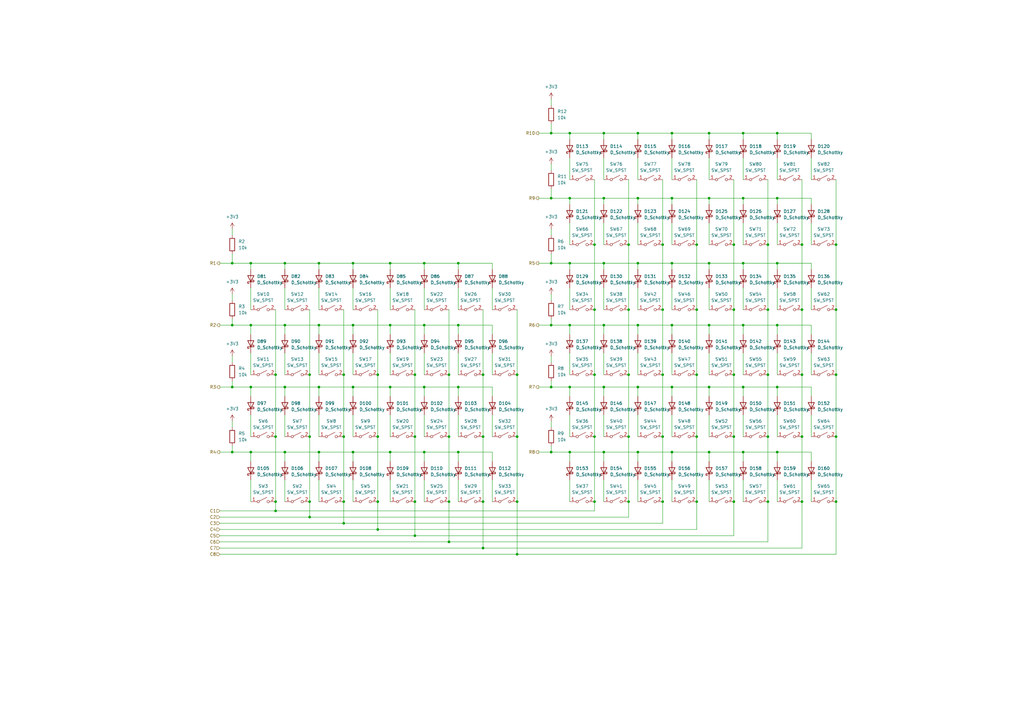
<source format=kicad_sch>
(kicad_sch (version 20250114) (generator "eeschema") (generator_version "9.0")
  (paper "A3")
  (junction (at 116.84 185.42))
  (junction (at 342.9 205.74))
  (junction (at 113.03 205.74))
  (junction (at 271.78 153.67))
  (junction (at 271.78 127))
  (junction (at 130.81 158.75))
  (junction (at 113.03 153.67))
  (junction (at 304.8 81.28))
  (junction (at 271.78 205.74))
  (junction (at 154.94 205.74))
  (junction (at 187.96 133.35))
  (junction (at 144.78 158.75))
  (junction (at 170.18 153.67))
  (junction (at 247.65 133.35))
  (junction (at 95.25 185.42))
  (junction (at 160.02 185.42))
  (junction (at 290.83 158.75))
  (junction (at 144.78 107.95))
  (junction (at 173.99 107.95))
  (junction (at 243.84 153.67))
  (junction (at 140.97 153.67))
  (junction (at 275.59 158.75))
  (junction (at 154.94 153.67))
  (junction (at 285.75 127))
  (junction (at 342.9 100.33))
  (junction (at 318.77 185.42))
  (junction (at 184.15 179.07))
  (junction (at 226.06 54.61))
  (junction (at 342.9 179.07))
  (junction (at 130.81 133.35))
  (junction (at 328.93 100.33))
  (junction (at 271.78 179.07))
  (junction (at 102.87 185.42))
  (junction (at 102.87 107.95))
  (junction (at 328.93 205.74))
  (junction (at 318.77 81.28))
  (junction (at 198.12 205.74))
  (junction (at 212.09 205.74))
  (junction (at 233.68 54.61))
  (junction (at 247.65 158.75))
  (junction (at 113.03 209.55))
  (junction (at 95.25 158.75))
  (junction (at 285.75 153.67))
  (junction (at 226.06 81.28))
  (junction (at 102.87 133.35))
  (junction (at 257.81 205.74))
  (junction (at 212.09 227.33))
  (junction (at 198.12 153.67))
  (junction (at 290.83 133.35))
  (junction (at 184.15 205.74))
  (junction (at 304.8 133.35))
  (junction (at 140.97 205.74))
  (junction (at 243.84 205.74))
  (junction (at 144.78 133.35))
  (junction (at 127 153.67))
  (junction (at 261.62 185.42))
  (junction (at 173.99 185.42))
  (junction (at 300.99 127))
  (junction (at 314.96 205.74))
  (junction (at 304.8 107.95))
  (junction (at 290.83 107.95))
  (junction (at 170.18 179.07))
  (junction (at 187.96 185.42))
  (junction (at 300.99 205.74))
  (junction (at 261.62 158.75))
  (junction (at 318.77 54.61))
  (junction (at 275.59 185.42))
  (junction (at 285.75 179.07))
  (junction (at 304.8 54.61))
  (junction (at 257.81 179.07))
  (junction (at 170.18 205.74))
  (junction (at 233.68 133.35))
  (junction (at 342.9 153.67))
  (junction (at 198.12 224.79))
  (junction (at 95.25 133.35))
  (junction (at 290.83 81.28))
  (junction (at 342.9 127))
  (junction (at 328.93 179.07))
  (junction (at 247.65 185.42))
  (junction (at 144.78 185.42))
  (junction (at 300.99 100.33))
  (junction (at 160.02 158.75))
  (junction (at 285.75 100.33))
  (junction (at 318.77 133.35))
  (junction (at 290.83 185.42))
  (junction (at 198.12 179.07))
  (junction (at 116.84 133.35))
  (junction (at 233.68 107.95))
  (junction (at 160.02 133.35))
  (junction (at 212.09 179.07))
  (junction (at 314.96 179.07))
  (junction (at 95.25 107.95))
  (junction (at 261.62 107.95))
  (junction (at 275.59 81.28))
  (junction (at 247.65 54.61))
  (junction (at 318.77 158.75))
  (junction (at 140.97 214.63))
  (junction (at 212.09 153.67))
  (junction (at 261.62 81.28))
  (junction (at 173.99 133.35))
  (junction (at 275.59 54.61))
  (junction (at 300.99 153.67))
  (junction (at 233.68 81.28))
  (junction (at 116.84 158.75))
  (junction (at 275.59 133.35))
  (junction (at 290.83 54.61))
  (junction (at 233.68 158.75))
  (junction (at 304.8 185.42))
  (junction (at 275.59 107.95))
  (junction (at 233.68 185.42))
  (junction (at 257.81 153.67))
  (junction (at 170.18 219.71))
  (junction (at 130.81 185.42))
  (junction (at 154.94 217.17))
  (junction (at 127 179.07))
  (junction (at 261.62 133.35))
  (junction (at 304.8 158.75))
  (junction (at 130.81 107.95))
  (junction (at 261.62 54.61))
  (junction (at 226.06 107.95))
  (junction (at 173.99 158.75))
  (junction (at 160.02 107.95))
  (junction (at 285.75 205.74))
  (junction (at 184.15 153.67))
  (junction (at 314.96 153.67))
  (junction (at 271.78 100.33))
  (junction (at 314.96 100.33))
  (junction (at 247.65 81.28))
  (junction (at 184.15 222.25))
  (junction (at 226.06 185.42))
  (junction (at 140.97 179.07))
  (junction (at 127 212.09))
  (junction (at 154.94 179.07))
  (junction (at 187.96 107.95))
  (junction (at 257.81 127))
  (junction (at 116.84 107.95))
  (junction (at 187.96 158.75))
  (junction (at 102.87 158.75))
  (junction (at 226.06 158.75))
  (junction (at 243.84 100.33))
  (junction (at 127 205.74))
  (junction (at 328.93 153.67))
  (junction (at 243.84 179.07))
  (junction (at 318.77 107.95))
  (junction (at 247.65 107.95))
  (junction (at 314.96 127))
  (junction (at 328.93 127))
  (junction (at 243.84 127))
  (junction (at 113.03 179.07))
  (junction (at 300.99 179.07))
  (junction (at 257.81 100.33))
  (junction (at 226.06 133.35))
  (wire (pts (xy 233.68 158.75) (xy 247.65 158.75)))
  (wire (pts (xy 187.96 170.18) (xy 187.96 179.07)))
  (wire (pts (xy 290.83 81.28) (xy 290.83 83.82)))
  (wire (pts (xy 187.96 185.42) (xy 201.93 185.42)))
  (wire (pts (xy 226.06 130.81) (xy 226.06 133.35)))
  (wire (pts (xy 233.68 158.75) (xy 233.68 162.56)))
  (wire (pts (xy 261.62 91.44) (xy 261.62 100.33)))
  (wire (pts (xy 102.87 144.78) (xy 102.87 153.67)))
  (wire (pts (xy 160.02 170.18) (xy 160.02 179.07)))
  (wire (pts (xy 332.74 64.77) (xy 332.74 73.66)))
  (wire (pts (xy 130.81 158.75) (xy 130.81 162.56)))
  (wire (pts (xy 144.78 158.75) (xy 144.78 162.56)))
  (wire (pts (xy 275.59 107.95) (xy 261.62 107.95)))
  (wire (pts (xy 271.78 73.66) (xy 271.78 100.33)))
  (wire (pts (xy 275.59 133.35) (xy 275.59 137.16)))
  (wire (pts (xy 140.97 214.63) (xy 271.78 214.63)))
  (wire (pts (xy 285.75 127) (xy 285.75 153.67)))
  (wire (pts (xy 233.68 170.18) (xy 233.68 179.07)))
  (wire (pts (xy 140.97 127) (xy 140.97 153.67)))
  (wire (pts (xy 261.62 81.28) (xy 247.65 81.28)))
  (wire (pts (xy 130.81 196.85) (xy 130.81 205.74)))
  (wire (pts (xy 226.06 172.72) (xy 226.06 175.26)))
  (wire (pts (xy 304.8 158.75) (xy 318.77 158.75)))
  (wire (pts (xy 247.65 54.61) (xy 233.68 54.61)))
  (wire (pts (xy 290.83 158.75) (xy 304.8 158.75)))
  (wire (pts (xy 271.78 205.74) (xy 271.78 214.63)))
  (wire (pts (xy 261.62 185.42) (xy 275.59 185.42)))
  (wire (pts (xy 201.93 144.78) (xy 201.93 153.67)))
  (wire (pts (xy 332.74 133.35) (xy 332.74 137.16)))
  (wire (pts (xy 102.87 133.35) (xy 102.87 137.16)))
  (wire (pts (xy 95.25 182.88) (xy 95.25 185.42)))
  (wire (pts (xy 116.84 158.75) (xy 116.84 162.56)))
  (wire (pts (xy 116.84 133.35) (xy 116.84 137.16)))
  (wire (pts (xy 243.84 73.66) (xy 243.84 100.33)))
  (wire (pts (xy 226.06 50.8) (xy 226.06 54.61)))
  (wire (pts (xy 201.93 107.95) (xy 187.96 107.95)))
  (wire (pts (xy 102.87 185.42) (xy 102.87 189.23)))
  (wire (pts (xy 140.97 179.07) (xy 140.97 205.74)))
  (wire (pts (xy 290.83 133.35) (xy 304.8 133.35)))
  (wire (pts (xy 257.81 127) (xy 257.81 153.67)))
  (wire (pts (xy 290.83 185.42) (xy 290.83 189.23)))
  (wire (pts (xy 247.65 144.78) (xy 247.65 153.67)))
  (wire (pts (xy 226.06 54.61) (xy 233.68 54.61)))
  (wire (pts (xy 95.25 133.35) (xy 102.87 133.35)))
  (wire (pts (xy 184.15 127) (xy 184.15 153.67)))
  (wire (pts (xy 220.98 54.61) (xy 226.06 54.61)))
  (wire (pts (xy 95.25 146.05) (xy 95.25 148.59)))
  (wire (pts (xy 95.25 104.14) (xy 95.25 107.95)))
  (wire (pts (xy 144.78 133.35) (xy 144.78 137.16)))
  (wire (pts (xy 304.8 81.28) (xy 290.83 81.28)))
  (wire (pts (xy 233.68 144.78) (xy 233.68 153.67)))
  (wire (pts (xy 304.8 64.77) (xy 304.8 73.66)))
  (wire (pts (xy 198.12 179.07) (xy 198.12 205.74)))
  (wire (pts (xy 187.96 185.42) (xy 187.96 189.23)))
  (wire (pts (xy 173.99 133.35) (xy 173.99 137.16)))
  (wire (pts (xy 201.93 170.18) (xy 201.93 179.07)))
  (wire (pts (xy 233.68 81.28) (xy 233.68 83.82)))
  (wire (pts (xy 233.68 133.35) (xy 233.68 137.16)))
  (wire (pts (xy 173.99 158.75) (xy 173.99 162.56)))
  (wire (pts (xy 304.8 81.28) (xy 304.8 83.82)))
  (wire (pts (xy 184.15 179.07) (xy 184.15 205.74)))
  (wire (pts (xy 113.03 153.67) (xy 113.03 179.07)))
  (wire (pts (xy 275.59 158.75) (xy 290.83 158.75)))
  (wire (pts (xy 173.99 185.42) (xy 187.96 185.42)))
  (wire (pts (xy 173.99 170.18) (xy 173.99 179.07)))
  (wire (pts (xy 247.65 64.77) (xy 247.65 73.66)))
  (wire (pts (xy 160.02 133.35) (xy 173.99 133.35)))
  (wire (pts (xy 328.93 179.07) (xy 328.93 205.74)))
  (wire (pts (xy 342.9 205.74) (xy 342.9 227.33)))
  (wire (pts (xy 226.06 104.14) (xy 226.06 107.95)))
  (wire (pts (xy 95.25 120.65) (xy 95.25 123.19)))
  (wire (pts (xy 226.06 120.65) (xy 226.06 123.19)))
  (wire (pts (xy 271.78 127) (xy 271.78 153.67)))
  (wire (pts (xy 261.62 158.75) (xy 275.59 158.75)))
  (wire (pts (xy 261.62 64.77) (xy 261.62 73.66)))
  (wire (pts (xy 243.84 179.07) (xy 243.84 205.74)))
  (wire (pts (xy 332.74 170.18) (xy 332.74 179.07)))
  (wire (pts (xy 271.78 179.07) (xy 271.78 205.74)))
  (wire (pts (xy 187.96 144.78) (xy 187.96 153.67)))
  (wire (pts (xy 116.84 185.42) (xy 116.84 189.23)))
  (wire (pts (xy 226.06 81.28) (xy 233.68 81.28)))
  (wire (pts (xy 300.99 100.33) (xy 300.99 127)))
  (wire (pts (xy 290.83 107.95) (xy 275.59 107.95)))
  (wire (pts (xy 127 212.09) (xy 257.81 212.09)))
  (wire (pts (xy 201.93 133.35) (xy 201.93 137.16)))
  (wire (pts (xy 102.87 185.42) (xy 116.84 185.42)))
  (wire (pts (xy 261.62 196.85) (xy 261.62 205.74)))
  (wire (pts (xy 116.84 170.18) (xy 116.84 179.07)))
  (wire (pts (xy 261.62 133.35) (xy 275.59 133.35)))
  (wire (pts (xy 332.74 54.61) (xy 318.77 54.61)))
  (wire (pts (xy 95.25 158.75) (xy 102.87 158.75)))
  (wire (pts (xy 226.06 93.98) (xy 226.06 96.52)))
  (wire (pts (xy 290.83 133.35) (xy 290.83 137.16)))
  (wire (pts (xy 261.62 54.61) (xy 261.62 57.15)))
  (wire (pts (xy 187.96 196.85) (xy 187.96 205.74)))
  (wire (pts (xy 90.17 107.95) (xy 95.25 107.95)))
  (wire (pts (xy 261.62 133.35) (xy 261.62 137.16)))
  (wire (pts (xy 318.77 133.35) (xy 318.77 137.16)))
  (wire (pts (xy 271.78 153.67) (xy 271.78 179.07)))
  (wire (pts (xy 314.96 179.07) (xy 314.96 205.74)))
  (wire (pts (xy 187.96 133.35) (xy 187.96 137.16)))
  (wire (pts (xy 154.94 217.17) (xy 285.75 217.17)))
  (wire (pts (xy 290.83 107.95) (xy 290.83 110.49)))
  (wire (pts (xy 300.99 179.07) (xy 300.99 205.74)))
  (wire (pts (xy 160.02 118.11) (xy 160.02 127)))
  (wire (pts (xy 247.65 185.42) (xy 247.65 189.23)))
  (wire (pts (xy 173.99 118.11) (xy 173.99 127)))
  (wire (pts (xy 130.81 144.78) (xy 130.81 153.67)))
  (wire (pts (xy 314.96 127) (xy 314.96 153.67)))
  (wire (pts (xy 290.83 170.18) (xy 290.83 179.07)))
  (wire (pts (xy 233.68 185.42) (xy 233.68 189.23)))
  (wire (pts (xy 261.62 185.42) (xy 261.62 189.23)))
  (wire (pts (xy 220.98 81.28) (xy 226.06 81.28)))
  (wire (pts (xy 304.8 185.42) (xy 304.8 189.23)))
  (wire (pts (xy 95.25 130.81) (xy 95.25 133.35)))
  (wire (pts (xy 154.94 205.74) (xy 154.94 217.17)))
  (wire (pts (xy 328.93 73.66) (xy 328.93 100.33)))
  (wire (pts (xy 160.02 107.95) (xy 160.02 110.49)))
  (wire (pts (xy 247.65 158.75) (xy 261.62 158.75)))
  (wire (pts (xy 220.98 158.75) (xy 226.06 158.75)))
  (wire (pts (xy 247.65 133.35) (xy 261.62 133.35)))
  (wire (pts (xy 304.8 185.42) (xy 318.77 185.42)))
  (wire (pts (xy 173.99 158.75) (xy 187.96 158.75)))
  (wire (pts (xy 261.62 107.95) (xy 247.65 107.95)))
  (wire (pts (xy 90.17 222.25) (xy 184.15 222.25)))
  (wire (pts (xy 173.99 196.85) (xy 173.99 205.74)))
  (wire (pts (xy 233.68 54.61) (xy 233.68 57.15)))
  (wire (pts (xy 318.77 196.85) (xy 318.77 205.74)))
  (wire (pts (xy 304.8 133.35) (xy 304.8 137.16)))
  (wire (pts (xy 226.06 107.95) (xy 233.68 107.95)))
  (wire (pts (xy 130.81 170.18) (xy 130.81 179.07)))
  (wire (pts (xy 275.59 110.49) (xy 275.59 107.95)))
  (wire (pts (xy 102.87 133.35) (xy 116.84 133.35)))
  (wire (pts (xy 314.96 100.33) (xy 314.96 127)))
  (wire (pts (xy 212.09 179.07) (xy 212.09 205.74)))
  (wire (pts (xy 304.8 133.35) (xy 318.77 133.35)))
  (wire (pts (xy 233.68 64.77) (xy 233.68 73.66)))
  (wire (pts (xy 290.83 54.61) (xy 290.83 57.15)))
  (wire (pts (xy 332.74 185.42) (xy 332.74 189.23)))
  (wire (pts (xy 257.81 73.66) (xy 257.81 100.33)))
  (wire (pts (xy 226.06 67.31) (xy 226.06 69.85)))
  (wire (pts (xy 170.18 127) (xy 170.18 153.67)))
  (wire (pts (xy 328.93 100.33) (xy 328.93 127)))
  (wire (pts (xy 160.02 196.85) (xy 160.02 205.74)))
  (wire (pts (xy 201.93 196.85) (xy 201.93 205.74)))
  (wire (pts (xy 116.84 196.85) (xy 116.84 205.74)))
  (wire (pts (xy 261.62 170.18) (xy 261.62 179.07)))
  (wire (pts (xy 160.02 158.75) (xy 160.02 162.56)))
  (wire (pts (xy 275.59 91.44) (xy 275.59 100.33)))
  (wire (pts (xy 90.17 185.42) (xy 95.25 185.42)))
  (wire (pts (xy 201.93 110.49) (xy 201.93 107.95)))
  (wire (pts (xy 201.93 185.42) (xy 201.93 189.23)))
  (wire (pts (xy 261.62 54.61) (xy 247.65 54.61)))
  (wire (pts (xy 257.81 100.33) (xy 257.81 127)))
  (wire (pts (xy 332.74 144.78) (xy 332.74 153.67)))
  (wire (pts (xy 290.83 81.28) (xy 275.59 81.28)))
  (wire (pts (xy 247.65 81.28) (xy 247.65 83.82)))
  (wire (pts (xy 173.99 107.95) (xy 160.02 107.95)))
  (wire (pts (xy 275.59 133.35) (xy 290.83 133.35)))
  (wire (pts (xy 173.99 133.35) (xy 187.96 133.35)))
  (wire (pts (xy 304.8 158.75) (xy 304.8 162.56)))
  (wire (pts (xy 95.25 156.21) (xy 95.25 158.75)))
  (wire (pts (xy 285.75 205.74) (xy 285.75 217.17)))
  (wire (pts (xy 102.87 196.85) (xy 102.87 205.74)))
  (wire (pts (xy 247.65 107.95) (xy 247.65 110.49)))
  (wire (pts (xy 318.77 118.11) (xy 318.77 127)))
  (wire (pts (xy 116.84 118.11) (xy 116.84 127)))
  (wire (pts (xy 342.9 153.67) (xy 342.9 179.07)))
  (wire (pts (xy 184.15 205.74) (xy 184.15 222.25)))
  (wire (pts (xy 318.77 133.35) (xy 332.74 133.35)))
  (wire (pts (xy 173.99 144.78) (xy 173.99 153.67)))
  (wire (pts (xy 201.93 118.11) (xy 201.93 127)))
  (wire (pts (xy 233.68 133.35) (xy 247.65 133.35)))
  (wire (pts (xy 233.68 185.42) (xy 247.65 185.42)))
  (wire (pts (xy 290.83 54.61) (xy 275.59 54.61)))
  (wire (pts (xy 144.78 133.35) (xy 160.02 133.35)))
  (wire (pts (xy 116.84 185.42) (xy 130.81 185.42)))
  (wire (pts (xy 160.02 158.75) (xy 173.99 158.75)))
  (wire (pts (xy 257.81 205.74) (xy 257.81 212.09)))
  (wire (pts (xy 226.06 185.42) (xy 233.68 185.42)))
  (wire (pts (xy 220.98 185.42) (xy 226.06 185.42)))
  (wire (pts (xy 304.8 91.44) (xy 304.8 100.33)))
  (wire (pts (xy 144.78 185.42) (xy 144.78 189.23)))
  (wire (pts (xy 226.06 156.21) (xy 226.06 158.75)))
  (wire (pts (xy 140.97 153.67) (xy 140.97 179.07)))
  (wire (pts (xy 184.15 153.67) (xy 184.15 179.07)))
  (wire (pts (xy 116.84 158.75) (xy 130.81 158.75)))
  (wire (pts (xy 290.83 64.77) (xy 290.83 73.66)))
  (wire (pts (xy 160.02 185.42) (xy 160.02 189.23)))
  (wire (pts (xy 198.12 224.79) (xy 328.93 224.79)))
  (wire (pts (xy 102.87 118.11) (xy 102.87 127)))
  (wire (pts (xy 226.06 158.75) (xy 233.68 158.75)))
  (wire (pts (xy 275.59 57.15) (xy 275.59 54.61)))
  (wire (pts (xy 318.77 185.42) (xy 332.74 185.42)))
  (wire (pts (xy 160.02 144.78) (xy 160.02 153.67)))
  (wire (pts (xy 285.75 73.66) (xy 285.75 100.33)))
  (wire (pts (xy 90.17 224.79) (xy 198.12 224.79)))
  (wire (pts (xy 187.96 158.75) (xy 201.93 158.75)))
  (wire (pts (xy 261.62 118.11) (xy 261.62 127)))
  (wire (pts (xy 318.77 54.61) (xy 304.8 54.61)))
  (wire (pts (xy 290.83 118.11) (xy 290.83 127)))
  (wire (pts (xy 304.8 54.61) (xy 290.83 54.61)))
  (wire (pts (xy 116.84 144.78) (xy 116.84 153.67)))
  (wire (pts (xy 318.77 91.44) (xy 318.77 100.33)))
  (wire (pts (xy 261.62 81.28) (xy 261.62 83.82)))
  (wire (pts (xy 275.59 170.18) (xy 275.59 179.07)))
  (wire (pts (xy 144.78 110.49) (xy 144.78 107.95)))
  (wire (pts (xy 285.75 153.67) (xy 285.75 179.07)))
  (wire (pts (xy 342.9 179.07) (xy 342.9 205.74)))
  (wire (pts (xy 220.98 133.35) (xy 226.06 133.35)))
  (wire (pts (xy 342.9 127) (xy 342.9 153.67)))
  (wire (pts (xy 226.06 77.47) (xy 226.06 81.28)))
  (wire (pts (xy 233.68 107.95) (xy 233.68 110.49)))
  (wire (pts (xy 290.83 196.85) (xy 290.83 205.74)))
  (wire (pts (xy 127 153.67) (xy 127 179.07)))
  (wire (pts (xy 116.84 107.95) (xy 102.87 107.95)))
  (wire (pts (xy 304.8 54.61) (xy 304.8 57.15)))
  (wire (pts (xy 212.09 127) (xy 212.09 153.67)))
  (wire (pts (xy 130.81 133.35) (xy 130.81 137.16)))
  (wire (pts (xy 332.74 158.75) (xy 332.74 162.56)))
  (wire (pts (xy 318.77 107.95) (xy 304.8 107.95)))
  (wire (pts (xy 187.96 133.35) (xy 201.93 133.35)))
  (wire (pts (xy 170.18 179.07) (xy 170.18 205.74)))
  (wire (pts (xy 290.83 185.42) (xy 304.8 185.42)))
  (wire (pts (xy 113.03 179.07) (xy 113.03 205.74)))
  (wire (pts (xy 95.25 93.98) (xy 95.25 96.52)))
  (wire (pts (xy 90.17 133.35) (xy 95.25 133.35)))
  (wire (pts (xy 201.93 158.75) (xy 201.93 162.56)))
  (wire (pts (xy 90.17 227.33) (xy 212.09 227.33)))
  (wire (pts (xy 275.59 158.75) (xy 275.59 162.56)))
  (wire (pts (xy 318.77 81.28) (xy 304.8 81.28)))
  (wire (pts (xy 275.59 83.82) (xy 275.59 81.28)))
  (wire (pts (xy 275.59 185.42) (xy 290.83 185.42)))
  (wire (pts (xy 247.65 133.35) (xy 247.65 137.16)))
  (wire (pts (xy 332.74 91.44) (xy 332.74 100.33)))
  (wire (pts (xy 187.96 107.95) (xy 187.96 110.49)))
  (wire (pts (xy 198.12 127) (xy 198.12 153.67)))
  (wire (pts (xy 332.74 83.82) (xy 332.74 81.28)))
  (wire (pts (xy 247.65 81.28) (xy 233.68 81.28)))
  (wire (pts (xy 318.77 64.77) (xy 318.77 73.66)))
  (wire (pts (xy 247.65 170.18) (xy 247.65 179.07)))
  (wire (pts (xy 318.77 144.78) (xy 318.77 153.67)))
  (wire (pts (xy 130.81 185.42) (xy 130.81 189.23)))
  (wire (pts (xy 102.87 170.18) (xy 102.87 179.07)))
  (wire (pts (xy 102.87 158.75) (xy 116.84 158.75)))
  (wire (pts (xy 328.93 153.67) (xy 328.93 179.07)))
  (wire (pts (xy 226.06 133.35) (xy 233.68 133.35)))
  (wire (pts (xy 275.59 81.28) (xy 261.62 81.28)))
  (wire (pts (xy 314.96 73.66) (xy 314.96 100.33)))
  (wire (pts (xy 332.74 57.15) (xy 332.74 54.61)))
  (wire (pts (xy 130.81 107.95) (xy 130.81 110.49)))
  (wire (pts (xy 95.25 107.95) (xy 102.87 107.95)))
  (wire (pts (xy 160.02 185.42) (xy 173.99 185.42)))
  (wire (pts (xy 328.93 205.74) (xy 328.93 224.79)))
  (wire (pts (xy 342.9 73.66) (xy 342.9 100.33)))
  (wire (pts (xy 247.65 196.85) (xy 247.65 205.74)))
  (wire (pts (xy 95.25 185.42) (xy 102.87 185.42)))
  (wire (pts (xy 154.94 127) (xy 154.94 153.67)))
  (wire (pts (xy 257.81 153.67) (xy 257.81 179.07)))
  (wire (pts (xy 300.99 127) (xy 300.99 153.67)))
  (wire (pts (xy 275.59 64.77) (xy 275.59 73.66)))
  (wire (pts (xy 90.17 212.09) (xy 127 212.09)))
  (wire (pts (xy 113.03 205.74) (xy 113.03 209.55)))
  (wire (pts (xy 130.81 133.35) (xy 144.78 133.35)))
  (wire (pts (xy 187.96 118.11) (xy 187.96 127)))
  (wire (pts (xy 102.87 158.75) (xy 102.87 162.56)))
  (wire (pts (xy 257.81 179.07) (xy 257.81 205.74)))
  (wire (pts (xy 184.15 222.25) (xy 314.96 222.25)))
  (wire (pts (xy 318.77 54.61) (xy 318.77 57.15)))
  (wire (pts (xy 247.65 185.42) (xy 261.62 185.42)))
  (wire (pts (xy 261.62 158.75) (xy 261.62 162.56)))
  (wire (pts (xy 226.06 146.05) (xy 226.06 148.59)))
  (wire (pts (xy 300.99 153.67) (xy 300.99 179.07)))
  (wire (pts (xy 332.74 107.95) (xy 318.77 107.95)))
  (wire (pts (xy 113.03 209.55) (xy 243.84 209.55)))
  (wire (pts (xy 130.81 185.42) (xy 144.78 185.42)))
  (wire (pts (xy 318.77 158.75) (xy 332.74 158.75)))
  (wire (pts (xy 170.18 153.67) (xy 170.18 179.07)))
  (wire (pts (xy 285.75 179.07) (xy 285.75 205.74)))
  (wire (pts (xy 170.18 205.74) (xy 170.18 219.71)))
  (wire (pts (xy 144.78 196.85) (xy 144.78 205.74)))
  (wire (pts (xy 187.96 158.75) (xy 187.96 162.56)))
  (wire (pts (xy 160.02 107.95) (xy 144.78 107.95)))
  (wire (pts (xy 247.65 107.95) (xy 233.68 107.95)))
  (wire (pts (xy 198.12 205.74) (xy 198.12 224.79)))
  (wire (pts (xy 233.68 91.44) (xy 233.68 100.33)))
  (wire (pts (xy 90.17 209.55) (xy 113.03 209.55)))
  (wire (pts (xy 127 127) (xy 127 153.67)))
  (wire (pts (xy 220.98 107.95) (xy 226.06 107.95)))
  (wire (pts (xy 304.8 107.95) (xy 304.8 110.49)))
  (wire (pts (xy 318.77 185.42) (xy 318.77 189.23)))
  (wire (pts (xy 130.81 158.75) (xy 144.78 158.75)))
  (wire (pts (xy 318.77 158.75) (xy 318.77 162.56)))
  (wire (pts (xy 226.06 182.88) (xy 226.06 185.42)))
  (wire (pts (xy 154.94 179.07) (xy 154.94 205.74)))
  (wire (pts (xy 332.74 110.49) (xy 332.74 107.95)))
  (wire (pts (xy 130.81 118.11) (xy 130.81 127)))
  (wire (pts (xy 247.65 118.11) (xy 247.65 127)))
  (wire (pts (xy 233.68 118.11) (xy 233.68 127)))
  (wire (pts (xy 275.59 196.85) (xy 275.59 205.74)))
  (wire (pts (xy 90.17 158.75) (xy 95.25 158.75)))
  (wire (pts (xy 212.09 227.33) (xy 342.9 227.33)))
  (wire (pts (xy 300.99 73.66) (xy 300.99 100.33)))
  (wire (pts (xy 95.25 172.72) (xy 95.25 175.26)))
  (wire (pts (xy 318.77 81.28) (xy 318.77 83.82)))
  (wire (pts (xy 212.09 153.67) (xy 212.09 179.07)))
  (wire (pts (xy 332.74 118.11) (xy 332.74 127)))
  (wire (pts (xy 247.65 54.61) (xy 247.65 57.15)))
  (wire (pts (xy 275.59 144.78) (xy 275.59 153.67)))
  (wire (pts (xy 304.8 107.95) (xy 290.83 107.95)))
  (wire (pts (xy 285.75 100.33) (xy 285.75 127)))
  (wire (pts (xy 300.99 205.74) (xy 300.99 219.71)))
  (wire (pts (xy 314.96 205.74) (xy 314.96 222.25)))
  (wire (pts (xy 332.74 196.85) (xy 332.74 205.74)))
  (wire (pts (xy 271.78 100.33) (xy 271.78 127)))
  (wire (pts (xy 332.74 81.28) (xy 318.77 81.28)))
  (wire (pts (xy 173.99 107.95) (xy 173.99 110.49)))
  (wire (pts (xy 130.81 107.95) (xy 116.84 107.95)))
  (wire (pts (xy 318.77 170.18) (xy 318.77 179.07)))
  (wire (pts (xy 304.8 144.78) (xy 304.8 153.67)))
  (wire (pts (xy 243.84 100.33) (xy 243.84 127)))
  (wire (pts (xy 116.84 133.35) (xy 130.81 133.35)))
  (wire (pts (xy 328.93 127) (xy 328.93 153.67)))
  (wire (pts (xy 198.12 153.67) (xy 198.12 179.07)))
  (wire (pts (xy 243.84 153.67) (xy 243.84 179.07)))
  (wire (pts (xy 154.94 153.67) (xy 154.94 179.07)))
  (wire (pts (xy 275.59 54.61) (xy 261.62 54.61)))
  (wire (pts (xy 261.62 144.78) (xy 261.62 153.67)))
  (wire (pts (xy 275.59 118.11) (xy 275.59 127)))
  (wire (pts (xy 243.84 205.74) (xy 243.84 209.55)))
  (wire (pts (xy 304.8 196.85) (xy 304.8 205.74)))
  (wire (pts (xy 275.59 185.42) (xy 275.59 189.23)))
  (wire (pts (xy 102.87 107.95) (xy 102.87 110.49)))
  (wire (pts (xy 226.06 40.64) (xy 226.06 43.18)))
  (wire (pts (xy 144.78 118.11) (xy 144.78 127)))
  (wire (pts (xy 127 179.07) (xy 127 205.74)))
  (wire (pts (xy 144.78 144.78) (xy 144.78 153.67)))
  (wire (pts (xy 247.65 91.44) (xy 247.65 100.33)))
  (wire (pts (xy 290.83 144.78) (xy 290.83 153.67)))
  (wire (pts (xy 233.68 196.85) (xy 233.68 205.74)))
  (wire (pts (xy 113.03 127) (xy 113.03 153.67)))
  (wire (pts (xy 290.83 91.44) (xy 290.83 100.33)))
  (wire (pts (xy 140.97 205.74) (xy 140.97 214.63)))
  (wire (pts (xy 304.8 118.11) (xy 304.8 127)))
  (wire (pts (xy 342.9 100.33) (xy 342.9 127)))
  (wire (pts (xy 261.62 107.95) (xy 261.62 110.49)))
  (wire (pts (xy 127 205.74) (xy 127 212.09)))
  (wire (pts (xy 243.84 127) (xy 243.84 153.67)))
  (wire (pts (xy 187.96 107.95) (xy 173.99 107.95)))
  (wire (pts (xy 318.77 107.95) (xy 318.77 110.49)))
  (wire (pts (xy 144.78 185.42) (xy 160.02 185.42)))
  (wire (pts (xy 144.78 107.95) (xy 130.81 107.95)))
  (wire (pts (xy 144.78 158.75) (xy 160.02 158.75)))
  (wire (pts (xy 90.17 217.17) (xy 154.94 217.17)))
  (wire (pts (xy 90.17 214.63) (xy 140.97 214.63)))
  (wire (pts (xy 116.84 107.95) (xy 116.84 110.49)))
  (wire (pts (xy 160.02 133.35) (xy 160.02 137.16)))
  (wire (pts (xy 212.09 205.74) (xy 212.09 227.33)))
  (wire (pts (xy 314.96 153.67) (xy 314.96 179.07)))
  (wire (pts (xy 304.8 170.18) (xy 304.8 179.07)))
  (wire (pts (xy 247.65 158.75) (xy 247.65 162.56)))
  (wire (pts (xy 170.18 219.71) (xy 300.99 219.71)))
  (wire (pts (xy 173.99 185.42) (xy 173.99 189.23)))
  (wire (pts (xy 144.78 170.18) (xy 144.78 179.07)))
  (wire (pts (xy 90.17 219.71) (xy 170.18 219.71)))
  (wire (pts (xy 290.83 158.75) (xy 290.83 162.56)))
  (hierarchical_label "R6" (shape output) (at 220.98 133.35 180))
  (hierarchical_label "C5" (shape input) (at 90.17 219.71 180))
  (hierarchical_label "C3" (shape input) (at 90.17 214.63 180))
  (hierarchical_label "R1" (shape output) (at 90.17 107.95 180))
  (hierarchical_label "R7" (shape output) (at 220.98 158.75 180))
  (hierarchical_label "C6" (shape input) (at 90.17 222.25 180))
  (hierarchical_label "R10" (shape output) (at 220.98 54.61 180))
  (hierarchical_label "R9" (shape output) (at 220.98 81.28 180))
  (hierarchical_label "R4" (shape output) (at 90.17 185.42 180))
  (hierarchical_label "C2" (shape input) (at 90.17 212.09 180))
  (hierarchical_label "C4" (shape input) (at 90.17 217.17 180))
  (hierarchical_label "C7" (shape input) (at 90.17 224.79 180))
  (hierarchical_label "R2" (shape output) (at 90.17 133.35 180))
  (hierarchical_label "R8" (shape output) (at 220.98 185.42 180))
  (hierarchical_label "R5" (shape output) (at 220.98 107.95 180))
  (hierarchical_label "C1" (shape input) (at 90.17 209.55 180))
  (hierarchical_label "C8" (shape input) (at 90.17 227.33 180))
  (hierarchical_label "R3" (shape output) (at 90.17 158.75 180))
  (symbol (lib_id "Switch:SW_SPST") (at 179.07 205.74 0) (unit 1)
    (property "Reference" "SW25" (at 179.07 199.39 0))
    (property "Value" "SW_SPST" (at 179.07 201.93 0))
    (property "Footprint" "Button_Switch_Keyboard:SW_Cherry_MX_1.00u_PCB" (effects (hide yes)))
    (property "Description" "Single Pole Single Throw (SPST) switch" (effects (hide yes)))
  )
  (symbol (lib_id "Device:D_Schottky") (at 290.83 166.37 90) (unit 1)
    (property "Reference" "D149" (at 293.37 165.4174 90) (effects (justify right)))
    (property "Value" "D_Schottky" (at 293.37 167.9574 90) (effects (justify right)))
    (property "Footprint" "Diode_SMD:D_SOD-323_HandSoldering" (effects (hide yes)))
    (property "Description" "Schottky diode" (effects (hide yes)))
  )
  (symbol (lib_id "Switch:SW_SPST") (at 295.91 100.33 0) (unit 1)
    (property "Reference" "SW70" (at 295.91 93.98 0))
    (property "Value" "SW_SPST" (at 295.91 96.52 0))
    (property "Footprint" "Button_Switch_Keyboard:SW_Cherry_MX_1.00u_PCB" (effects (hide yes)))
    (property "Description" "Single Pole Single Throw (SPST) switch" (effects (hide yes)))
  )
  (symbol (lib_id "power:+3V3") (at 226.06 172.72 0) (unit 1)
    (property "Reference" "#PWR014" (effects (hide yes)))
    (property "Value" "+3V3" (at 226.06 167.64 0))
    (property "Description" "Power symbol creates a global label with name \"+3V3\"" (effects (hide yes)))
  )
  (symbol (lib_id "Device:D_Schottky") (at 275.59 140.97 90) (unit 1)
    (property "Reference" "D140" (at 278.13 140.0174 90) (effects (justify right)))
    (property "Value" "D_Schottky" (at 278.13 142.5574 90) (effects (justify right)))
    (property "Footprint" "Diode_SMD:D_SOD-323_HandSoldering" (effects (hide yes)))
    (property "Description" "Schottky diode" (effects (hide yes)))
  )
  (symbol (lib_id "Device:R") (at 226.06 46.99 0) (unit 1)
    (property "Reference" "R12" (at 228.6 45.7199 0) (effects (justify left)))
    (property "Value" "10k" (at 228.6 48.2599 0) (effects (justify left)))
    (property "Footprint" "Resistor_SMD:R_0603_1608Metric" (effects (hide yes)))
    (property "Description" "Resistor" (effects (hide yes)))
  )
  (symbol (lib_id "Switch:SW_SPST") (at 193.04 153.67 0) (unit 1)
    (property "Reference" "SW27" (at 193.04 147.32 0))
    (property "Value" "SW_SPST" (at 193.04 149.86 0))
    (property "Footprint" "Button_Switch_Keyboard:SW_Cherry_MX_1.00u_PCB" (effects (hide yes)))
    (property "Description" "Single Pole Single Throw (SPST) switch" (effects (hide yes)))
  )
  (symbol (lib_id "Switch:SW_SPST") (at 238.76 73.66 0) (unit 1)
    (property "Reference" "SW75" (at 238.76 67.31 0))
    (property "Value" "SW_SPST" (at 238.76 69.85 0))
    (property "Footprint" "Button_Switch_Keyboard:SW_Cherry_MX_1.00u_PCB" (effects (hide yes)))
    (property "Description" "Single Pole Single Throw (SPST) switch" (effects (hide yes)))
  )
  (symbol (lib_id "Switch:SW_SPST") (at 207.01 153.67 0) (unit 1)
    (property "Reference" "SW31" (at 207.01 147.32 0))
    (property "Value" "SW_SPST" (at 207.01 149.86 0))
    (property "Footprint" "Button_Switch_Keyboard:SW_Cherry_MX_1.00u_PCB" (effects (hide yes)))
    (property "Description" "Single Pole Single Throw (SPST) switch" (effects (hide yes)))
  )
  (symbol (lib_id "Device:R") (at 226.06 152.4 0) (unit 1)
    (property "Reference" "R8" (at 228.6 151.1299 0) (effects (justify left)))
    (property "Value" "10k" (at 228.6 153.6699 0) (effects (justify left)))
    (property "Footprint" "Resistor_SMD:R_0603_1608Metric" (effects (hide yes)))
    (property "Description" "Resistor" (effects (hide yes)))
  )
  (symbol (lib_id "Device:R") (at 226.06 127 0) (unit 1)
    (property "Reference" "R7" (at 228.6 125.7299 0) (effects (justify left)))
    (property "Value" "10k" (at 228.6 128.2699 0) (effects (justify left)))
    (property "Footprint" "Resistor_SMD:R_0603_1608Metric" (effects (hide yes)))
    (property "Description" "Resistor" (effects (hide yes)))
  )
  (symbol (lib_id "Device:D_Schottky") (at 318.77 60.96 90) (unit 1)
    (property "Reference" "D119" (at 321.31 60.0074 90) (effects (justify right)))
    (property "Value" "D_Schottky" (at 321.31 62.5474 90) (effects (justify right)))
    (property "Footprint" "Diode_SMD:D_SOD-323_HandSoldering" (effects (hide yes)))
    (property "Description" "Schottky diode" (effects (hide yes)))
  )
  (symbol (lib_id "Device:D_Schottky") (at 173.99 193.04 90) (unit 1)
    (property "Reference" "D110" (at 176.53 192.0874 90) (effects (justify right)))
    (property "Value" "D_Schottky" (at 176.53 194.6274 90) (effects (justify right)))
    (property "Footprint" "Diode_SMD:D_SOD-323_HandSoldering" (effects (hide yes)))
    (property "Description" "Schottky diode" (effects (hide yes)))
  )
  (symbol (lib_id "Switch:SW_SPST") (at 280.67 179.07 0) (unit 1)
    (property "Reference" "SW48" (at 280.67 172.72 0))
    (property "Value" "SW_SPST" (at 280.67 175.26 0))
    (property "Footprint" "Button_Switch_Keyboard:SW_Cherry_MX_1.00u_PCB" (effects (hide yes)))
    (property "Description" "Single Pole Single Throw (SPST) switch" (effects (hide yes)))
  )
  (symbol (lib_id "Switch:SW_SPST") (at 295.91 73.66 0) (unit 1)
    (property "Reference" "SW79" (at 295.91 67.31 0))
    (property "Value" "SW_SPST" (at 295.91 69.85 0))
    (property "Footprint" "Button_Switch_Keyboard:SW_Cherry_MX_1.00u_PCB" (effects (hide yes)))
    (property "Description" "Single Pole Single Throw (SPST) switch" (effects (hide yes)))
  )
  (symbol (lib_id "Device:D_Schottky") (at 173.99 140.97 90) (unit 1)
    (property "Reference" "D94" (at 176.53 140.0174 90) (effects (justify right)))
    (property "Value" "D_Schottky" (at 176.53 142.5574 90) (effects (justify right)))
    (property "Footprint" "Diode_SMD:D_SOD-323_HandSoldering" (effects (hide yes)))
    (property "Description" "Schottky diode" (effects (hide yes)))
  )
  (symbol (lib_id "Switch:SW_SPST") (at 238.76 179.07 0) (unit 1)
    (property "Reference" "SW36" (at 238.76 172.72 0))
    (property "Value" "SW_SPST" (at 238.76 175.26 0))
    (property "Footprint" "Button_Switch_Keyboard:SW_Cherry_MX_1.00u_PCB" (effects (hide yes)))
    (property "Description" "Single Pole Single Throw (SPST) switch" (effects (hide yes)))
  )
  (symbol (lib_id "power:+3V3") (at 95.25 93.98 0) (unit 1)
    (property "Reference" "#PWR07" (effects (hide yes)))
    (property "Value" "+3V3" (at 95.25 88.9 0))
    (property "Description" "Power symbol creates a global label with name \"+3V3\"" (effects (hide yes)))
  )
  (symbol (lib_id "Switch:SW_SPST") (at 121.92 179.07 0) (unit 1)
    (property "Reference" "SW7" (at 121.92 172.72 0))
    (property "Value" "SW_SPST" (at 121.92 175.26 0))
    (property "Footprint" "Button_Switch_Keyboard:SW_Cherry_MX_1.00u_PCB" (effects (hide yes)))
    (property "Description" "Single Pole Single Throw (SPST) switch" (effects (hide yes)))
  )
  (symbol (lib_id "Device:D_Schottky") (at 187.96 166.37 90) (unit 1)
    (property "Reference" "D103" (at 190.5 165.4174 90) (effects (justify right)))
    (property "Value" "D_Schottky" (at 190.5 167.9574 90) (effects (justify right)))
    (property "Footprint" "Diode_SMD:D_SOD-323_HandSoldering" (effects (hide yes)))
    (property "Description" "Schottky diode" (effects (hide yes)))
  )
  (symbol (lib_id "Device:D_Schottky") (at 173.99 166.37 90) (unit 1)
    (property "Reference" "D102" (at 176.53 165.4174 90) (effects (justify right)))
    (property "Value" "D_Schottky" (at 176.53 167.9574 90) (effects (justify right)))
    (property "Footprint" "Diode_SMD:D_SOD-323_HandSoldering" (effects (hide yes)))
    (property "Description" "Schottky diode" (effects (hide yes)))
  )
  (symbol (lib_id "Device:D_Schottky") (at 130.81 114.3 90) (unit 1)
    (property "Reference" "D83" (at 133.35 113.3474 90) (effects (justify right)))
    (property "Value" "D_Schottky" (at 133.35 115.8874 90) (effects (justify right)))
    (property "Footprint" "Diode_SMD:D_SOD-323_HandSoldering" (effects (hide yes)))
    (property "Description" "Schottky diode" (effects (hide yes)))
  )
  (symbol (lib_id "Switch:SW_SPST") (at 107.95 153.67 0) (unit 1)
    (property "Reference" "SW11" (at 107.95 147.32 0))
    (property "Value" "SW_SPST" (at 107.95 149.86 0))
    (property "Footprint" "Button_Switch_Keyboard:SW_Cherry_MX_1.00u_PCB" (effects (hide yes)))
    (property "Description" "Single Pole Single Throw (SPST) switch" (effects (hide yes)))
  )
  (symbol (lib_id "Device:D_Schottky") (at 290.83 140.97 90) (unit 1)
    (property "Reference" "D141" (at 293.37 140.0174 90) (effects (justify right)))
    (property "Value" "D_Schottky" (at 293.37 142.5574 90) (effects (justify right)))
    (property "Footprint" "Diode_SMD:D_SOD-323_HandSoldering" (effects (hide yes)))
    (property "Description" "Schottky diode" (effects (hide yes)))
  )
  (symbol (lib_id "Device:D_Schottky") (at 247.65 140.97 90) (unit 1)
    (property "Reference" "D138" (at 250.19 140.0174 90) (effects (justify right)))
    (property "Value" "D_Schottky" (at 250.19 142.5574 90) (effects (justify right)))
    (property "Footprint" "Diode_SMD:D_SOD-323_HandSoldering" (effects (hide yes)))
    (property "Description" "Schottky diode" (effects (hide yes)))
  )
  (symbol (lib_id "Device:D_Schottky") (at 233.68 60.96 90) (unit 1)
    (property "Reference" "D113" (at 236.22 60.0074 90) (effects (justify right)))
    (property "Value" "D_Schottky" (at 236.22 62.5474 90) (effects (justify right)))
    (property "Footprint" "Diode_SMD:D_SOD-323_HandSoldering" (effects (hide yes)))
    (property "Description" "Schottky diode" (effects (hide yes)))
  )
  (symbol (lib_id "Device:D_Schottky") (at 144.78 114.3 90) (unit 1)
    (property "Reference" "D84" (at 147.32 113.3474 90) (effects (justify right)))
    (property "Value" "D_Schottky" (at 147.32 115.8874 90) (effects (justify right)))
    (property "Footprint" "Diode_SMD:D_SOD-323_HandSoldering" (effects (hide yes)))
    (property "Description" "Schottky diode" (effects (hide yes)))
  )
  (symbol (lib_id "Switch:SW_SPST") (at 107.95 179.07 0) (unit 1)
    (property "Reference" "SW6" (at 107.95 172.72 0))
    (property "Value" "SW_SPST" (at 107.95 175.26 0))
    (property "Footprint" "Button_Switch_Keyboard:SW_Cherry_MX_1.00u_PCB" (effects (hide yes)))
    (property "Description" "Single Pole Single Throw (SPST) switch" (effects (hide yes)))
  )
  (symbol (lib_id "Switch:SW_SPST") (at 207.01 205.74 0) (unit 1)
    (property "Reference" "SW33" (at 207.01 199.39 0))
    (property "Value" "SW_SPST" (at 207.01 201.93 0))
    (property "Footprint" "Button_Switch_Keyboard:SW_Cherry_MX_1.00u_PCB" (effects (hide yes)))
    (property "Description" "Single Pole Single Throw (SPST) switch" (effects (hide yes)))
  )
  (symbol (lib_id "Device:D_Schottky") (at 144.78 193.04 90) (unit 1)
    (property "Reference" "D108" (at 147.32 192.0874 90) (effects (justify right)))
    (property "Value" "D_Schottky" (at 147.32 194.6274 90) (effects (justify right)))
    (property "Footprint" "Diode_SMD:D_SOD-323_HandSoldering" (effects (hide yes)))
    (property "Description" "Schottky diode" (effects (hide yes)))
  )
  (symbol (lib_id "Switch:SW_SPST") (at 252.73 127 0) (unit 1)
    (property "Reference" "SW38" (at 252.73 120.65 0))
    (property "Value" "SW_SPST" (at 252.73 123.19 0))
    (property "Footprint" "Button_Switch_Keyboard:SW_Cherry_MX_1.00u_PCB" (effects (hide yes)))
    (property "Description" "Single Pole Single Throw (SPST) switch" (effects (hide yes)))
  )
  (symbol (lib_id "Switch:SW_SPST") (at 149.86 127 0) (unit 1)
    (property "Reference" "SW16" (at 149.86 120.65 0))
    (property "Value" "SW_SPST" (at 149.86 123.19 0))
    (property "Footprint" "Button_Switch_Keyboard:SW_Cherry_MX_1.00u_PCB" (effects (hide yes)))
    (property "Description" "Single Pole Single Throw (SPST) switch" (effects (hide yes)))
  )
  (symbol (lib_id "Switch:SW_SPST") (at 179.07 179.07 0) (unit 1)
    (property "Reference" "SW24" (at 179.07 172.72 0))
    (property "Value" "SW_SPST" (at 179.07 175.26 0))
    (property "Footprint" "Button_Switch_Keyboard:SW_Cherry_MX_1.00u_PCB" (effects (hide yes)))
    (property "Description" "Single Pole Single Throw (SPST) switch" (effects (hide yes)))
  )
  (symbol (lib_id "Switch:SW_SPST") (at 323.85 127 0) (unit 1)
    (property "Reference" "SW58" (at 323.85 120.65 0))
    (property "Value" "SW_SPST" (at 323.85 123.19 0))
    (property "Footprint" "Button_Switch_Keyboard:SW_Cherry_MX_1.00u_PCB" (effects (hide yes)))
    (property "Description" "Single Pole Single Throw (SPST) switch" (effects (hide yes)))
  )
  (symbol (lib_id "Switch:SW_SPST") (at 337.82 205.74 0) (unit 1)
    (property "Reference" "SW65" (at 337.82 199.39 0))
    (property "Value" "SW_SPST" (at 337.82 201.93 0))
    (property "Footprint" "Button_Switch_Keyboard:SW_Cherry_MX_1.00u_PCB" (effects (hide yes)))
    (property "Description" "Single Pole Single Throw (SPST) switch" (effects (hide yes)))
  )
  (symbol (lib_id "Device:D_Schottky") (at 247.65 87.63 90) (unit 1)
    (property "Reference" "D122" (at 250.19 86.6774 90) (effects (justify right)))
    (property "Value" "D_Schottky" (at 250.19 89.2174 90) (effects (justify right)))
    (property "Footprint" "Diode_SMD:D_SOD-323_HandSoldering" (effects (hide yes)))
    (property "Description" "Schottky diode" (effects (hide yes)))
  )
  (symbol (lib_id "Switch:SW_SPST") (at 238.76 205.74 0) (unit 1)
    (property "Reference" "SW37" (at 238.76 199.39 0))
    (property "Value" "SW_SPST" (at 238.76 201.93 0))
    (property "Footprint" "Button_Switch_Keyboard:SW_Cherry_MX_1.00u_PCB" (effects (hide yes)))
    (property "Description" "Single Pole Single Throw (SPST) switch" (effects (hide yes)))
  )
  (symbol (lib_id "Device:D_Schottky") (at 247.65 60.96 90) (unit 1)
    (property "Reference" "D114" (at 250.19 60.0074 90) (effects (justify right)))
    (property "Value" "D_Schottky" (at 250.19 62.5474 90) (effects (justify right)))
    (property "Footprint" "Diode_SMD:D_SOD-323_HandSoldering" (effects (hide yes)))
    (property "Description" "Schottky diode" (effects (hide yes)))
  )
  (symbol (lib_id "Switch:SW_SPST") (at 193.04 205.74 0) (unit 1)
    (property "Reference" "SW29" (at 193.04 199.39 0))
    (property "Value" "SW_SPST" (at 193.04 201.93 0))
    (property "Footprint" "Button_Switch_Keyboard:SW_Cherry_MX_1.00u_PCB" (effects (hide yes)))
    (property "Description" "Single Pole Single Throw (SPST) switch" (effects (hide yes)))
  )
  (symbol (lib_id "Device:D_Schottky") (at 275.59 193.04 90) (unit 1)
    (property "Reference" "D156" (at 278.13 192.0874 90) (effects (justify right)))
    (property "Value" "D_Schottky" (at 278.13 194.6274 90) (effects (justify right)))
    (property "Footprint" "Diode_SMD:D_SOD-323_HandSoldering" (effects (hide yes)))
    (property "Description" "Schottky diode" (effects (hide yes)))
  )
  (symbol (lib_id "power:+3V3") (at 95.25 146.05 0) (unit 1)
    (property "Reference" "#PWR09" (effects (hide yes)))
    (property "Value" "+3V3" (at 95.25 140.97 0))
    (property "Description" "Power symbol creates a global label with name \"+3V3\"" (effects (hide yes)))
  )
  (symbol (lib_id "Switch:SW_SPST") (at 135.89 205.74 0) (unit 1)
    (property "Reference" "SW4" (at 135.89 199.39 0))
    (property "Value" "SW_SPST" (at 135.89 201.93 0))
    (property "Footprint" "Button_Switch_Keyboard:SW_Cherry_MX_1.00u_PCB" (effects (hide yes)))
    (property "Description" "Single Pole Single Throw (SPST) switch" (effects (hide yes)))
  )
  (symbol (lib_id "Switch:SW_SPST") (at 295.91 179.07 0) (unit 1)
    (property "Reference" "SW52" (at 295.91 172.72 0))
    (property "Value" "SW_SPST" (at 295.91 175.26 0))
    (property "Footprint" "Button_Switch_Keyboard:SW_Cherry_MX_1.00u_PCB" (effects (hide yes)))
    (property "Description" "Single Pole Single Throw (SPST) switch" (effects (hide yes)))
  )
  (symbol (lib_id "Device:D_Schottky") (at 261.62 114.3 90) (unit 1)
    (property "Reference" "D131" (at 264.16 113.3474 90) (effects (justify right)))
    (property "Value" "D_Schottky" (at 264.16 115.8874 90) (effects (justify right)))
    (property "Footprint" "Diode_SMD:D_SOD-323_HandSoldering" (effects (hide yes)))
    (property "Description" "Schottky diode" (effects (hide yes)))
  )
  (symbol (lib_id "Device:D_Schottky") (at 304.8 140.97 90) (unit 1)
    (property "Reference" "D142" (at 307.34 140.0174 90) (effects (justify right)))
    (property "Value" "D_Schottky" (at 307.34 142.5574 90) (effects (justify right)))
    (property "Footprint" "Diode_SMD:D_SOD-323_HandSoldering" (effects (hide yes)))
    (property "Description" "Schottky diode" (effects (hide yes)))
  )
  (symbol (lib_id "Switch:SW_SPST") (at 165.1 179.07 0) (unit 1)
    (property "Reference" "SW20" (at 165.1 172.72 0))
    (property "Value" "SW_SPST" (at 165.1 175.26 0))
    (property "Footprint" "Button_Switch_Keyboard:SW_Cherry_MX_1.00u_PCB" (effects (hide yes)))
    (property "Description" "Single Pole Single Throw (SPST) switch" (effects (hide yes)))
  )
  (symbol (lib_id "Device:D_Schottky") (at 187.96 193.04 90) (unit 1)
    (property "Reference" "D111" (at 190.5 192.0874 90) (effects (justify right)))
    (property "Value" "D_Schottky" (at 190.5 194.6274 90) (effects (justify right)))
    (property "Footprint" "Diode_SMD:D_SOD-323_HandSoldering" (effects (hide yes)))
    (property "Description" "Schottky diode" (effects (hide yes)))
  )
  (symbol (lib_id "Device:D_Schottky") (at 116.84 166.37 90) (unit 1)
    (property "Reference" "D98" (at 119.38 165.4174 90) (effects (justify right)))
    (property "Value" "D_Schottky" (at 119.38 167.9574 90) (effects (justify right)))
    (property "Footprint" "Diode_SMD:D_SOD-323_HandSoldering" (effects (hide yes)))
    (property "Description" "Schottky diode" (effects (hide yes)))
  )
  (symbol (lib_id "Device:D_Schottky") (at 144.78 140.97 90) (unit 1)
    (property "Reference" "D92" (at 147.32 140.0174 90) (effects (justify right)))
    (property "Value" "D_Schottky" (at 147.32 142.5574 90) (effects (justify right)))
    (property "Footprint" "Diode_SMD:D_SOD-323_HandSoldering" (effects (hide yes)))
    (property "Description" "Schottky diode" (effects (hide yes)))
  )
  (symbol (lib_id "Device:D_Schottky") (at 275.59 114.3 90) (unit 1)
    (property "Reference" "D132" (at 278.13 113.3474 90) (effects (justify right)))
    (property "Value" "D_Schottky" (at 278.13 115.8874 90) (effects (justify right)))
    (property "Footprint" "Diode_SMD:D_SOD-323_HandSoldering" (effects (hide yes)))
    (property "Description" "Schottky diode" (effects (hide yes)))
  )
  (symbol (lib_id "Switch:SW_SPST") (at 309.88 100.33 0) (unit 1)
    (property "Reference" "SW71" (at 309.88 93.98 0))
    (property "Value" "SW_SPST" (at 309.88 96.52 0))
    (property "Footprint" "Button_Switch_Keyboard:SW_Cherry_MX_1.00u_PCB" (effects (hide yes)))
    (property "Description" "Single Pole Single Throw (SPST) switch" (effects (hide yes)))
  )
  (symbol (lib_id "Device:D_Schottky") (at 116.84 193.04 90) (unit 1)
    (property "Reference" "D106" (at 119.38 192.0874 90) (effects (justify right)))
    (property "Value" "D_Schottky" (at 119.38 194.6274 90) (effects (justify right)))
    (property "Footprint" "Diode_SMD:D_SOD-323_HandSoldering" (effects (hide yes)))
    (property "Description" "Schottky diode" (effects (hide yes)))
  )
  (symbol (lib_id "Switch:SW_SPST") (at 179.07 127 0) (unit 1)
    (property "Reference" "SW22" (at 179.07 120.65 0))
    (property "Value" "SW_SPST" (at 179.07 123.19 0))
    (property "Footprint" "Button_Switch_Keyboard:SW_Cherry_MX_1.00u_PCB" (effects (hide yes)))
    (property "Description" "Single Pole Single Throw (SPST) switch" (effects (hide yes)))
  )
  (symbol (lib_id "Switch:SW_SPST") (at 323.85 100.33 0) (unit 1)
    (property "Reference" "SW72" (at 323.85 93.98 0))
    (property "Value" "SW_SPST" (at 323.85 96.52 0))
    (property "Footprint" "Button_Switch_Keyboard:SW_Cherry_MX_1.00u_PCB" (effects (hide yes)))
    (property "Description" "Single Pole Single Throw (SPST) switch" (effects (hide yes)))
  )
  (symbol (lib_id "Device:D_Schottky") (at 187.96 114.3 90) (unit 1)
    (property "Reference" "D87" (at 190.5 113.3474 90) (effects (justify right)))
    (property "Value" "D_Schottky" (at 190.5 115.8874 90) (effects (justify right)))
    (property "Footprint" "Diode_SMD:D_SOD-323_HandSoldering" (effects (hide yes)))
    (property "Description" "Schottky diode" (effects (hide yes)))
  )
  (symbol (lib_id "Device:D_Schottky") (at 116.84 114.3 90) (unit 1)
    (property "Reference" "D82" (at 119.38 113.3474 90) (effects (justify right)))
    (property "Value" "D_Schottky" (at 119.38 115.8874 90) (effects (justify right)))
    (property "Footprint" "Diode_SMD:D_SOD-323_HandSoldering" (effects (hide yes)))
    (property "Description" "Schottky diode" (effects (hide yes)))
  )
  (symbol (lib_id "Device:D_Schottky") (at 261.62 140.97 90) (unit 1)
    (property "Reference" "D139" (at 264.16 140.0174 90) (effects (justify right)))
    (property "Value" "D_Schottky" (at 264.16 142.5574 90) (effects (justify right)))
    (property "Footprint" "Diode_SMD:D_SOD-323_HandSoldering" (effects (hide yes)))
    (property "Description" "Schottky diode" (effects (hide yes)))
  )
  (symbol (lib_id "Device:R") (at 95.25 100.33 0) (unit 1)
    (property "Reference" "R2" (at 97.79 99.0599 0) (effects (justify left)))
    (property "Value" "10k" (at 97.79 101.5999 0) (effects (justify left)))
    (property "Footprint" "Resistor_SMD:R_0603_1608Metric" (effects (hide yes)))
    (property "Description" "Resistor" (effects (hide yes)))
  )
  (symbol (lib_id "Device:D_Schottky") (at 261.62 193.04 90) (unit 1)
    (property "Reference" "D155" (at 264.16 192.0874 90) (effects (justify right)))
    (property "Value" "D_Schottky" (at 264.16 194.6274 90) (effects (justify right)))
    (property "Footprint" "Diode_SMD:D_SOD-323_HandSoldering" (effects (hide yes)))
    (property "Description" "Schottky diode" (effects (hide yes)))
  )
  (symbol (lib_id "Switch:SW_SPST") (at 295.91 153.67 0) (unit 1)
    (property "Reference" "SW51" (at 295.91 147.32 0))
    (property "Value" "SW_SPST" (at 295.91 149.86 0))
    (property "Footprint" "Button_Switch_Keyboard:SW_Cherry_MX_1.00u_PCB" (effects (hide yes)))
    (property "Description" "Single Pole Single Throw (SPST) switch" (effects (hide yes)))
  )
  (symbol (lib_id "Switch:SW_SPST") (at 149.86 153.67 0) (unit 1)
    (property "Reference" "SW17" (at 149.86 147.32 0))
    (property "Value" "SW_SPST" (at 149.86 149.86 0))
    (property "Footprint" "Button_Switch_Keyboard:SW_Cherry_MX_1.00u_PCB" (effects (hide yes)))
    (property "Description" "Single Pole Single Throw (SPST) switch" (effects (hide yes)))
  )
  (symbol (lib_id "Switch:SW_SPST") (at 252.73 205.74 0) (unit 1)
    (property "Reference" "SW41" (at 252.73 199.39 0))
    (property "Value" "SW_SPST" (at 252.73 201.93 0))
    (property "Footprint" "Button_Switch_Keyboard:SW_Cherry_MX_1.00u_PCB" (effects (hide yes)))
    (property "Description" "Single Pole Single Throw (SPST) switch" (effects (hide yes)))
  )
  (symbol (lib_id "Device:D_Schottky") (at 102.87 193.04 90) (unit 1)
    (property "Reference" "D105" (at 105.41 192.0874 90) (effects (justify right)))
    (property "Value" "D_Schottky" (at 105.41 194.6274 90) (effects (justify right)))
    (property "Footprint" "Diode_SMD:D_SOD-323_HandSoldering" (effects (hide yes)))
    (property "Description" "Schottky diode" (effects (hide yes)))
  )
  (symbol (lib_id "Device:R") (at 95.25 152.4 0) (unit 1)
    (property "Reference" "R4" (at 97.79 151.1299 0) (effects (justify left)))
    (property "Value" "10k" (at 97.79 153.6699 0) (effects (justify left)))
    (property "Footprint" "Resistor_SMD:R_0603_1608Metric" (effects (hide yes)))
    (property "Description" "Resistor" (effects (hide yes)))
  )
  (symbol (lib_id "Switch:SW_SPST") (at 238.76 127 0) (unit 1)
    (property "Reference" "SW34" (at 238.76 120.65 0))
    (property "Value" "SW_SPST" (at 238.76 123.19 0))
    (property "Footprint" "Button_Switch_Keyboard:SW_Cherry_MX_1.00u_PCB" (effects (hide yes)))
    (property "Description" "Single Pole Single Throw (SPST) switch" (effects (hide yes)))
  )
  (symbol (lib_id "Switch:SW_SPST") (at 280.67 153.67 0) (unit 1)
    (property "Reference" "SW47" (at 280.67 147.32 0))
    (property "Value" "SW_SPST" (at 280.67 149.86 0))
    (property "Footprint" "Button_Switch_Keyboard:SW_Cherry_MX_1.00u_PCB" (effects (hide yes)))
    (property "Description" "Single Pole Single Throw (SPST) switch" (effects (hide yes)))
  )
  (symbol (lib_id "Device:D_Schottky") (at 275.59 87.63 90) (unit 1)
    (property "Reference" "D124" (at 278.13 86.6774 90) (effects (justify right)))
    (property "Value" "D_Schottky" (at 278.13 89.2174 90) (effects (justify right)))
    (property "Footprint" "Diode_SMD:D_SOD-323_HandSoldering" (effects (hide yes)))
    (property "Description" "Schottky diode" (effects (hide yes)))
  )
  (symbol (lib_id "Switch:SW_SPST") (at 280.67 127 0) (unit 1)
    (property "Reference" "SW46" (at 280.67 120.65 0))
    (property "Value" "SW_SPST" (at 280.67 123.19 0))
    (property "Footprint" "Button_Switch_Keyboard:SW_Cherry_MX_1.00u_PCB" (effects (hide yes)))
    (property "Description" "Single Pole Single Throw (SPST) switch" (effects (hide yes)))
  )
  (symbol (lib_id "Device:D_Schottky") (at 102.87 114.3 90) (unit 1)
    (property "Reference" "D81" (at 105.41 113.3474 90) (effects (justify right)))
    (property "Value" "D_Schottky" (at 105.41 115.8874 90) (effects (justify right)))
    (property "Footprint" "Diode_SMD:D_SOD-323_HandSoldering" (effects (hide yes)))
    (property "Description" "Schottky diode" (effects (hide yes)))
  )
  (symbol (lib_id "Device:D_Schottky") (at 160.02 140.97 90) (unit 1)
    (property "Reference" "D93" (at 162.56 140.0174 90) (effects (justify right)))
    (property "Value" "D_Schottky" (at 162.56 142.5574 90) (effects (justify right)))
    (property "Footprint" "Diode_SMD:D_SOD-323_HandSoldering" (effects (hide yes)))
    (property "Description" "Schottky diode" (effects (hide yes)))
  )
  (symbol (lib_id "Device:D_Schottky") (at 304.8 87.63 90) (unit 1)
    (property "Reference" "D126" (at 307.34 86.6774 90) (effects (justify right)))
    (property "Value" "D_Schottky" (at 307.34 89.2174 90) (effects (justify right)))
    (property "Footprint" "Diode_SMD:D_SOD-323_HandSoldering" (effects (hide yes)))
    (property "Description" "Schottky diode" (effects (hide yes)))
  )
  (symbol (lib_id "Device:D_Schottky") (at 304.8 166.37 90) (unit 1)
    (property "Reference" "D150" (at 307.34 165.4174 90) (effects (justify right)))
    (property "Value" "D_Schottky" (at 307.34 167.9574 90) (effects (justify right)))
    (property "Footprint" "Diode_SMD:D_SOD-323_HandSoldering" (effects (hide yes)))
    (property "Description" "Schottky diode" (effects (hide yes)))
  )
  (symbol (lib_id "Device:D_Schottky") (at 261.62 60.96 90) (unit 1)
    (property "Reference" "D115" (at 264.16 60.0074 90) (effects (justify right)))
    (property "Value" "D_Schottky" (at 264.16 62.5474 90) (effects (justify right)))
    (property "Footprint" "Diode_SMD:D_SOD-323_HandSoldering" (effects (hide yes)))
    (property "Description" "Schottky diode" (effects (hide yes)))
  )
  (symbol (lib_id "Switch:SW_SPST") (at 135.89 153.67 0) (unit 1)
    (property "Reference" "SW15" (at 135.89 147.32 0))
    (property "Value" "SW_SPST" (at 135.89 149.86 0))
    (property "Footprint" "Button_Switch_Keyboard:SW_Cherry_MX_1.00u_PCB" (effects (hide yes)))
    (property "Description" "Single Pole Single Throw (SPST) switch" (effects (hide yes)))
  )
  (symbol (lib_id "Device:D_Schottky") (at 102.87 140.97 90) (unit 1)
    (property "Reference" "D89" (at 105.41 140.0174 90) (effects (justify right)))
    (property "Value" "D_Schottky" (at 105.41 142.5574 90) (effects (justify right)))
    (property "Footprint" "Diode_SMD:D_SOD-323_HandSoldering" (effects (hide yes)))
    (property "Description" "Schottky diode" (effects (hide yes)))
  )
  (symbol (lib_id "Switch:SW_SPST") (at 337.82 73.66 0) (unit 1)
    (property "Reference" "SW82" (at 337.82 67.31 0))
    (property "Value" "SW_SPST" (at 337.82 69.85 0))
    (property "Footprint" "Button_Switch_Keyboard:SW_Cherry_MX_1.00u_PCB" (effects (hide yes)))
    (property "Description" "Single Pole Single Throw (SPST) switch" (effects (hide yes)))
  )
  (symbol (lib_id "Switch:SW_SPST") (at 238.76 100.33 0) (unit 1)
    (property "Reference" "SW66" (at 238.76 93.98 0))
    (property "Value" "SW_SPST" (at 238.76 96.52 0))
    (property "Footprint" "Button_Switch_Keyboard:SW_Cherry_MX_1.00u_PCB" (effects (hide yes)))
    (property "Description" "Single Pole Single Throw (SPST) switch" (effects (hide yes)))
  )
  (symbol (lib_id "Device:D_Schottky") (at 261.62 87.63 90) (unit 1)
    (property "Reference" "D123" (at 264.16 86.6774 90) (effects (justify right)))
    (property "Value" "D_Schottky" (at 264.16 89.2174 90) (effects (justify right)))
    (property "Footprint" "Diode_SMD:D_SOD-323_HandSoldering" (effects (hide yes)))
    (property "Description" "Schottky diode" (effects (hide yes)))
  )
  (symbol (lib_id "Device:D_Schottky") (at 201.93 166.37 90) (unit 1)
    (property "Reference" "D104" (at 204.47 165.4174 90) (effects (justify right)))
    (property "Value" "D_Schottky" (at 204.47 167.9574 90) (effects (justify right)))
    (property "Footprint" "Diode_SMD:D_SOD-323_HandSoldering" (effects (hide yes)))
    (property "Description" "Schottky diode" (effects (hide yes)))
  )
  (symbol (lib_id "Device:D_Schottky") (at 332.74 140.97 90) (unit 1)
    (property "Reference" "D144" (at 335.28 140.0174 90) (effects (justify right)))
    (property "Value" "D_Schottky" (at 335.28 142.5574 90) (effects (justify right)))
    (property "Footprint" "Diode_SMD:D_SOD-323_HandSoldering" (effects (hide yes)))
    (property "Description" "Schottky diode" (effects (hide yes)))
  )
  (symbol (lib_id "Device:D_Schottky") (at 187.96 140.97 90) (unit 1)
    (property "Reference" "D95" (at 190.5 140.0174 90) (effects (justify right)))
    (property "Value" "D_Schottky" (at 190.5 142.5574 90) (effects (justify right)))
    (property "Footprint" "Diode_SMD:D_SOD-323_HandSoldering" (effects (hide yes)))
    (property "Description" "Schottky diode" (effects (hide yes)))
  )
  (symbol (lib_id "Switch:SW_SPST") (at 107.95 127 0) (unit 1)
    (property "Reference" "SW10" (at 107.95 120.65 0))
    (property "Value" "SW_SPST" (at 107.95 123.19 0))
    (property "Footprint" "Button_Switch_Keyboard:SW_Cherry_MX_1.00u_PCB" (effects (hide yes)))
    (property "Description" "Single Pole Single Throw (SPST) switch" (effects (hide yes)))
  )
  (symbol (lib_id "Device:D_Schottky") (at 332.74 166.37 90) (unit 1)
    (property "Reference" "D152" (at 335.28 165.4174 90) (effects (justify right)))
    (property "Value" "D_Schottky" (at 335.28 167.9574 90) (effects (justify right)))
    (property "Footprint" "Diode_SMD:D_SOD-323_HandSoldering" (effects (hide yes)))
    (property "Description" "Schottky diode" (effects (hide yes)))
  )
  (symbol (lib_id "Switch:SW_SPST") (at 323.85 153.67 0) (unit 1)
    (property "Reference" "SW59" (at 323.85 147.32 0))
    (property "Value" "SW_SPST" (at 323.85 149.86 0))
    (property "Footprint" "Button_Switch_Keyboard:SW_Cherry_MX_1.00u_PCB" (effects (hide yes)))
    (property "Description" "Single Pole Single Throw (SPST) switch" (effects (hide yes)))
  )
  (symbol (lib_id "Device:D_Schottky") (at 304.8 60.96 90) (unit 1)
    (property "Reference" "D118" (at 307.34 60.0074 90) (effects (justify right)))
    (property "Value" "D_Schottky" (at 307.34 62.5474 90) (effects (justify right)))
    (property "Footprint" "Diode_SMD:D_SOD-323_HandSoldering" (effects (hide yes)))
    (property "Description" "Schottky diode" (effects (hide yes)))
  )
  (symbol (lib_id "Switch:SW_SPST") (at 309.88 73.66 0) (unit 1)
    (property "Reference" "SW80" (at 309.88 67.31 0))
    (property "Value" "SW_SPST" (at 309.88 69.85 0))
    (property "Footprint" "Button_Switch_Keyboard:SW_Cherry_MX_1.00u_PCB" (effects (hide yes)))
    (property "Description" "Single Pole Single Throw (SPST) switch" (effects (hide yes)))
  )
  (symbol (lib_id "Switch:SW_SPST") (at 252.73 73.66 0) (unit 1)
    (property "Reference" "SW76" (at 252.73 67.31 0))
    (property "Value" "SW_SPST" (at 252.73 69.85 0))
    (property "Footprint" "Button_Switch_Keyboard:SW_Cherry_MX_1.00u_PCB" (effects (hide yes)))
    (property "Description" "Single Pole Single Throw (SPST) switch" (effects (hide yes)))
  )
  (symbol (lib_id "Switch:SW_SPST") (at 121.92 153.67 0) (unit 1)
    (property "Reference" "SW13" (at 121.92 147.32 0))
    (property "Value" "SW_SPST" (at 121.92 149.86 0))
    (property "Footprint" "Button_Switch_Keyboard:SW_Cherry_MX_1.00u_PCB" (effects (hide yes)))
    (property "Description" "Single Pole Single Throw (SPST) switch" (effects (hide yes)))
  )
  (symbol (lib_id "Switch:SW_SPST") (at 266.7 100.33 0) (unit 1)
    (property "Reference" "SW68" (at 266.7 93.98 0))
    (property "Value" "SW_SPST" (at 266.7 96.52 0))
    (property "Footprint" "Button_Switch_Keyboard:SW_Cherry_MX_1.00u_PCB" (effects (hide yes)))
    (property "Description" "Single Pole Single Throw (SPST) switch" (effects (hide yes)))
  )
  (symbol (lib_id "Switch:SW_SPST") (at 309.88 205.74 0) (unit 1)
    (property "Reference" "SW57" (at 309.88 199.39 0))
    (property "Value" "SW_SPST" (at 309.88 201.93 0))
    (property "Footprint" "Button_Switch_Keyboard:SW_Cherry_MX_1.00u_PCB" (effects (hide yes)))
    (property "Description" "Single Pole Single Throw (SPST) switch" (effects (hide yes)))
  )
  (symbol (lib_id "Device:D_Schottky") (at 160.02 166.37 90) (unit 1)
    (property "Reference" "D101" (at 162.56 165.4174 90) (effects (justify right)))
    (property "Value" "D_Schottky" (at 162.56 167.9574 90) (effects (justify right)))
    (property "Footprint" "Diode_SMD:D_SOD-323_HandSoldering" (effects (hide yes)))
    (property "Description" "Schottky diode" (effects (hide yes)))
  )
  (symbol (lib_id "Device:D_Schottky") (at 290.83 87.63 90) (unit 1)
    (property "Reference" "D125" (at 293.37 86.6774 90) (effects (justify right)))
    (property "Value" "D_Schottky" (at 293.37 89.2174 90) (effects (justify right)))
    (property "Footprint" "Diode_SMD:D_SOD-323_HandSoldering" (effects (hide yes)))
    (property "Description" "Schottky diode" (effects (hide yes)))
  )
  (symbol (lib_id "Device:R") (at 95.25 179.07 0) (unit 1)
    (property "Reference" "R5" (at 97.79 177.7999 0) (effects (justify left)))
    (property "Value" "10k" (at 97.79 180.3399 0) (effects (justify left)))
    (property "Footprint" "Resistor_SMD:R_0603_1608Metric" (effects (hide yes)))
    (property "Description" "Resistor" (effects (hide yes)))
  )
  (symbol (lib_id "Switch:SW_SPST") (at 252.73 100.33 0) (unit 1)
    (property "Reference" "SW67" (at 252.73 93.98 0))
    (property "Value" "SW_SPST" (at 252.73 96.52 0))
    (property "Footprint" "Button_Switch_Keyboard:SW_Cherry_MX_1.00u_PCB" (effects (hide yes)))
    (property "Description" "Single Pole Single Throw (SPST) switch" (effects (hide yes)))
  )
  (symbol (lib_id "Device:D_Schottky") (at 130.81 140.97 90) (unit 1)
    (property "Reference" "D91" (at 133.35 140.0174 90) (effects (justify right)))
    (property "Value" "D_Schottky" (at 133.35 142.5574 90) (effects (justify right)))
    (property "Footprint" "Diode_SMD:D_SOD-323_HandSoldering" (effects (hide yes)))
    (property "Description" "Schottky diode" (effects (hide yes)))
  )
  (symbol (lib_id "power:+3V3") (at 95.25 172.72 0) (unit 1)
    (property "Reference" "#PWR010" (effects (hide yes)))
    (property "Value" "+3V3" (at 95.25 167.64 0))
    (property "Description" "Power symbol creates a global label with name \"+3V3\"" (effects (hide yes)))
  )
  (symbol (lib_id "Switch:SW_SPST") (at 280.67 205.74 0) (unit 1)
    (property "Reference" "SW49" (at 280.67 199.39 0))
    (property "Value" "SW_SPST" (at 280.67 201.93 0))
    (property "Footprint" "Button_Switch_Keyboard:SW_Cherry_MX_1.00u_PCB" (effects (hide yes)))
    (property "Description" "Single Pole Single Throw (SPST) switch" (effects (hide yes)))
  )
  (symbol (lib_id "Switch:SW_SPST") (at 323.85 179.07 0) (unit 1)
    (property "Reference" "SW60" (at 323.85 172.72 0))
    (property "Value" "SW_SPST" (at 323.85 175.26 0))
    (property "Footprint" "Button_Switch_Keyboard:SW_Cherry_MX_1.00u_PCB" (effects (hide yes)))
    (property "Description" "Single Pole Single Throw (SPST) switch" (effects (hide yes)))
  )
  (symbol (lib_id "Switch:SW_SPST") (at 165.1 205.74 0) (unit 1)
    (property "Reference" "SW21" (at 165.1 199.39 0))
    (property "Value" "SW_SPST" (at 165.1 201.93 0))
    (property "Footprint" "Button_Switch_Keyboard:SW_Cherry_MX_1.00u_PCB" (effects (hide yes)))
    (property "Description" "Single Pole Single Throw (SPST) switch" (effects (hide yes)))
  )
  (symbol (lib_id "Device:D_Schottky") (at 275.59 166.37 90) (unit 1)
    (property "Reference" "D148" (at 278.13 165.4174 90) (effects (justify right)))
    (property "Value" "D_Schottky" (at 278.13 167.9574 90) (effects (justify right)))
    (property "Footprint" "Diode_SMD:D_SOD-323_HandSoldering" (effects (hide yes)))
    (property "Description" "Schottky diode" (effects (hide yes)))
  )
  (symbol (lib_id "Device:D_Schottky") (at 290.83 60.96 90) (unit 1)
    (property "Reference" "D117" (at 293.37 60.0074 90) (effects (justify right)))
    (property "Value" "D_Schottky" (at 293.37 62.5474 90) (effects (justify right)))
    (property "Footprint" "Diode_SMD:D_SOD-323_HandSoldering" (effects (hide yes)))
    (property "Description" "Schottky diode" (effects (hide yes)))
  )
  (symbol (lib_id "Device:D_Schottky") (at 233.68 114.3 90) (unit 1)
    (property "Reference" "D129" (at 236.22 113.3474 90) (effects (justify right)))
    (property "Value" "D_Schottky" (at 236.22 115.8874 90) (effects (justify right)))
    (property "Footprint" "Diode_SMD:D_SOD-323_HandSoldering" (effects (hide yes)))
    (property "Description" "Schottky diode" (effects (hide yes)))
  )
  (symbol (lib_id "Switch:SW_SPST") (at 149.86 205.74 0) (unit 1)
    (property "Reference" "SW5" (at 149.86 199.39 0))
    (property "Value" "SW_SPST" (at 149.86 201.93 0))
    (property "Footprint" "Button_Switch_Keyboard:SW_Cherry_MX_1.00u_PCB" (effects (hide yes)))
    (property "Description" "Single Pole Single Throw (SPST) switch" (effects (hide yes)))
  )
  (symbol (lib_id "Switch:SW_SPST") (at 107.95 205.74 0) (unit 1)
    (property "Reference" "SW3" (at 107.95 199.39 0))
    (property "Value" "SW_SPST" (at 107.95 201.93 0))
    (property "Footprint" "Button_Switch_Keyboard:SW_Cherry_MX_1.00u_PCB" (effects (hide yes)))
    (property "Description" "Single Pole Single Throw (SPST) switch" (effects (hide yes)))
  )
  (symbol (lib_id "Device:R") (at 95.25 127 0) (unit 1)
    (property "Reference" "R3" (at 97.79 125.7299 0) (effects (justify left)))
    (property "Value" "10k" (at 97.79 128.2699 0) (effects (justify left)))
    (property "Footprint" "Resistor_SMD:R_0603_1608Metric" (effects (hide yes)))
    (property "Description" "Resistor" (effects (hide yes)))
  )
  (symbol (lib_id "Device:D_Schottky") (at 116.84 140.97 90) (unit 1)
    (property "Reference" "D90" (at 119.38 140.0174 90) (effects (justify right)))
    (property "Value" "D_Schottky" (at 119.38 142.5574 90) (effects (justify right)))
    (property "Footprint" "Diode_SMD:D_SOD-323_HandSoldering" (effects (hide yes)))
    (property "Description" "Schottky diode" (effects (hide yes)))
  )
  (symbol (lib_id "Device:D_Schottky") (at 201.93 193.04 90) (unit 1)
    (property "Reference" "D112" (at 204.47 192.0874 90) (effects (justify right)))
    (property "Value" "D_Schottky" (at 204.47 194.6274 90) (effects (justify right)))
    (property "Footprint" "Diode_SMD:D_SOD-323_HandSoldering" (effects (hide yes)))
    (property "Description" "Schottky diode" (effects (hide yes)))
  )
  (symbol (lib_id "Device:D_Schottky") (at 201.93 140.97 90) (unit 1)
    (property "Reference" "D96" (at 204.47 140.0174 90) (effects (justify right)))
    (property "Value" "D_Schottky" (at 204.47 142.5574 90) (effects (justify right)))
    (property "Footprint" "Diode_SMD:D_SOD-323_HandSoldering" (effects (hide yes)))
    (property "Description" "Schottky diode" (effects (hide yes)))
  )
  (symbol (lib_id "Device:R") (at 226.06 73.66 0) (unit 1)
    (property "Reference" "R11" (at 228.6 72.3899 0) (effects (justify left)))
    (property "Value" "10k" (at 228.6 74.9299 0) (effects (justify left)))
    (property "Footprint" "Resistor_SMD:R_0603_1608Metric" (effects (hide yes)))
    (property "Description" "Resistor" (effects (hide yes)))
  )
  (symbol (lib_id "Device:D_Schottky") (at 332.74 193.04 90) (unit 1)
    (property "Reference" "D160" (at 335.28 192.0874 90) (effects (justify right)))
    (property "Value" "D_Schottky" (at 335.28 194.6274 90) (effects (justify right)))
    (property "Footprint" "Diode_SMD:D_SOD-323_HandSoldering" (effects (hide yes)))
    (property "Description" "Schottky diode" (effects (hide yes)))
  )
  (symbol (lib_id "Switch:SW_SPST") (at 149.86 179.07 0) (unit 1)
    (property "Reference" "SW9" (at 149.86 172.72 0))
    (property "Value" "SW_SPST" (at 149.86 175.26 0))
    (property "Footprint" "Button_Switch_Keyboard:SW_Cherry_MX_1.00u_PCB" (effects (hide yes)))
    (property "Description" "Single Pole Single Throw (SPST) switch" (effects (hide yes)))
  )
  (symbol (lib_id "Switch:SW_SPST") (at 165.1 153.67 0) (unit 1)
    (property "Reference" "SW19" (at 165.1 147.32 0))
    (property "Value" "SW_SPST" (at 165.1 149.86 0))
    (property "Footprint" "Button_Switch_Keyboard:SW_Cherry_MX_1.00u_PCB" (effects (hide yes)))
    (property "Description" "Single Pole Single Throw (SPST) switch" (effects (hide yes)))
  )
  (symbol (lib_id "Device:D_Schottky") (at 290.83 114.3 90) (unit 1)
    (property "Reference" "D133" (at 293.37 113.3474 90) (effects (justify right)))
    (property "Value" "D_Schottky" (at 293.37 115.8874 90) (effects (justify right)))
    (property "Footprint" "Diode_SMD:D_SOD-323_HandSoldering" (effects (hide yes)))
    (property "Description" "Schottky diode" (effects (hide yes)))
  )
  (symbol (lib_id "Switch:SW_SPST") (at 309.88 179.07 0) (unit 1)
    (property "Reference" "SW56" (at 309.88 172.72 0))
    (property "Value" "SW_SPST" (at 309.88 175.26 0))
    (property "Footprint" "Button_Switch_Keyboard:SW_Cherry_MX_1.00u_PCB" (effects (hide yes)))
    (property "Description" "Single Pole Single Throw (SPST) switch" (effects (hide yes)))
  )
  (symbol (lib_id "Device:D_Schottky") (at 130.81 166.37 90) (unit 1)
    (property "Reference" "D99" (at 133.35 165.4174 90) (effects (justify right)))
    (property "Value" "D_Schottky" (at 133.35 167.9574 90) (effects (justify right)))
    (property "Footprint" "Diode_SMD:D_SOD-323_HandSoldering" (effects (hide yes)))
    (property "Description" "Schottky diode" (effects (hide yes)))
  )
  (symbol (lib_id "Switch:SW_SPST") (at 280.67 100.33 0) (unit 1)
    (property "Reference" "SW69" (at 280.67 93.98 0))
    (property "Value" "SW_SPST" (at 280.67 96.52 0))
    (property "Footprint" "Button_Switch_Keyboard:SW_Cherry_MX_1.00u_PCB" (effects (hide yes)))
    (property "Description" "Single Pole Single Throw (SPST) switch" (effects (hide yes)))
  )
  (symbol (lib_id "Switch:SW_SPST") (at 121.92 205.74 0) (unit 1)
    (property "Reference" "SW2" (at 121.92 199.39 0))
    (property "Value" "SW_SPST" (at 121.92 201.93 0))
    (property "Footprint" "Button_Switch_Keyboard:SW_Cherry_MX_1.00u_PCB" (effects (hide yes)))
    (property "Description" "Single Pole Single Throw (SPST) switch" (effects (hide yes)))
  )
  (symbol (lib_id "Device:D_Schottky") (at 332.74 60.96 90) (unit 1)
    (property "Reference" "D120" (at 335.28 60.0074 90) (effects (justify right)))
    (property "Value" "D_Schottky" (at 335.28 62.5474 90) (effects (justify right)))
    (property "Footprint" "Diode_SMD:D_SOD-323_HandSoldering" (effects (hide yes)))
    (property "Description" "Schottky diode" (effects (hide yes)))
  )
  (symbol (lib_id "Device:D_Schottky") (at 318.77 193.04 90) (unit 1)
    (property "Reference" "D159" (at 321.31 192.0874 90) (effects (justify right)))
    (property "Value" "D_Schottky" (at 321.31 194.6274 90) (effects (justify right)))
    (property "Footprint" "Diode_SMD:D_SOD-323_HandSoldering" (effects (hide yes)))
    (property "Description" "Schottky diode" (effects (hide yes)))
  )
  (symbol (lib_id "Switch:SW_SPST") (at 337.82 100.33 0) (unit 1)
    (property "Reference" "SW73" (at 337.82 93.98 0))
    (property "Value" "SW_SPST" (at 337.82 96.52 0))
    (property "Footprint" "Button_Switch_Keyboard:SW_Cherry_MX_1.00u_PCB" (effects (hide yes)))
    (property "Description" "Single Pole Single Throw (SPST) switch" (effects (hide yes)))
  )
  (symbol (lib_id "Device:D_Schottky") (at 318.77 140.97 90) (unit 1)
    (property "Reference" "D143" (at 321.31 140.0174 90) (effects (justify right)))
    (property "Value" "D_Schottky" (at 321.31 142.5574 90) (effects (justify right)))
    (property "Footprint" "Diode_SMD:D_SOD-323_HandSoldering" (effects (hide yes)))
    (property "Description" "Schottky diode" (effects (hide yes)))
  )
  (symbol (lib_id "Switch:SW_SPST") (at 266.7 127 0) (unit 1)
    (property "Reference" "SW42" (at 266.7 120.65 0))
    (property "Value" "SW_SPST" (at 266.7 123.19 0))
    (property "Footprint" "Button_Switch_Keyboard:SW_Cherry_MX_1.00u_PCB" (effects (hide yes)))
    (property "Description" "Single Pole Single Throw (SPST) switch" (effects (hide yes)))
  )
  (symbol (lib_id "Device:D_Schottky") (at 201.93 114.3 90) (unit 1)
    (property "Reference" "D88" (at 204.47 113.3474 90) (effects (justify right)))
    (property "Value" "D_Schottky" (at 204.47 115.8874 90) (effects (justify right)))
    (property "Footprint" "Diode_SMD:D_SOD-323_HandSoldering" (effects (hide yes)))
    (property "Description" "Schottky diode" (effects (hide yes)))
  )
  (symbol (lib_id "Device:D_Schottky") (at 290.83 193.04 90) (unit 1)
    (property "Reference" "D157" (at 293.37 192.0874 90) (effects (justify right)))
    (property "Value" "D_Schottky" (at 293.37 194.6274 90) (effects (justify right)))
    (property "Footprint" "Diode_SMD:D_SOD-323_HandSoldering" (effects (hide yes)))
    (property "Description" "Schottky diode" (effects (hide yes)))
  )
  (symbol (lib_id "Switch:SW_SPST") (at 323.85 73.66 0) (unit 1)
    (property "Reference" "SW81" (at 323.85 67.31 0))
    (property "Value" "SW_SPST" (at 323.85 69.85 0))
    (property "Footprint" "Button_Switch_Keyboard:SW_Cherry_MX_1.00u_PCB" (effects (hide yes)))
    (property "Description" "Single Pole Single Throw (SPST) switch" (effects (hide yes)))
  )
  (symbol (lib_id "power:+3V3") (at 226.06 120.65 0) (unit 1)
    (property "Reference" "#PWR012" (effects (hide yes)))
    (property "Value" "+3V3" (at 226.06 115.57 0))
    (property "Description" "Power symbol creates a global label with name \"+3V3\"" (effects (hide yes)))
  )
  (symbol (lib_id "Switch:SW_SPST") (at 193.04 179.07 0) (unit 1)
    (property "Reference" "SW28" (at 193.04 172.72 0))
    (property "Value" "SW_SPST" (at 193.04 175.26 0))
    (property "Footprint" "Button_Switch_Keyboard:SW_Cherry_MX_1.00u_PCB" (effects (hide yes)))
    (property "Description" "Single Pole Single Throw (SPST) switch" (effects (hide yes)))
  )
  (symbol (lib_id "Device:D_Schottky") (at 173.99 114.3 90) (unit 1)
    (property "Reference" "D86" (at 176.53 113.3474 90) (effects (justify right)))
    (property "Value" "D_Schottky" (at 176.53 115.8874 90) (effects (justify right)))
    (property "Footprint" "Diode_SMD:D_SOD-323_HandSoldering" (effects (hide yes)))
    (property "Description" "Schottky diode" (effects (hide yes)))
  )
  (symbol (lib_id "Device:D_Schottky") (at 304.8 114.3 90) (unit 1)
    (property "Reference" "D134" (at 307.34 113.3474 90) (effects (justify right)))
    (property "Value" "D_Schottky" (at 307.34 115.8874 90) (effects (justify right)))
    (property "Footprint" "Diode_SMD:D_SOD-323_HandSoldering" (effects (hide yes)))
    (property "Description" "Schottky diode" (effects (hide yes)))
  )
  (symbol (lib_id "power:+3V3") (at 226.06 93.98 0) (unit 1)
    (property "Reference" "#PWR011" (effects (hide yes)))
    (property "Value" "+3V3" (at 226.06 88.9 0))
    (property "Description" "Power symbol creates a global label with name \"+3V3\"" (effects (hide yes)))
  )
  (symbol (lib_id "Device:D_Schottky") (at 160.02 114.3 90) (unit 1)
    (property "Reference" "D85" (at 162.56 113.3474 90) (effects (justify right)))
    (property "Value" "D_Schottky" (at 162.56 115.8874 90) (effects (justify right)))
    (property "Footprint" "Diode_SMD:D_SOD-323_HandSoldering" (effects (hide yes)))
    (property "Description" "Schottky diode" (effects (hide yes)))
  )
  (symbol (lib_id "power:+3V3") (at 95.25 120.65 0) (unit 1)
    (property "Reference" "#PWR08" (effects (hide yes)))
    (property "Value" "+3V3" (at 95.25 115.57 0))
    (property "Description" "Power symbol creates a global label with name \"+3V3\"" (effects (hide yes)))
  )
  (symbol (lib_id "Switch:SW_SPST") (at 252.73 153.67 0) (unit 1)
    (property "Reference" "SW39" (at 252.73 147.32 0))
    (property "Value" "SW_SPST" (at 252.73 149.86 0))
    (property "Footprint" "Button_Switch_Keyboard:SW_Cherry_MX_1.00u_PCB" (effects (hide yes)))
    (property "Description" "Single Pole Single Throw (SPST) switch" (effects (hide yes)))
  )
  (symbol (lib_id "Device:D_Schottky") (at 332.74 114.3 90) (unit 1)
    (property "Reference" "D136" (at 335.28 113.3474 90) (effects (justify right)))
    (property "Value" "D_Schottky" (at 335.28 115.8874 90) (effects (justify right)))
    (property "Footprint" "Diode_SMD:D_SOD-323_HandSoldering" (effects (hide yes)))
    (property "Description" "Schottky diode" (effects (hide yes)))
  )
  (symbol (lib_id "Switch:SW_SPST") (at 337.82 153.67 0) (unit 1)
    (property "Reference" "SW63" (at 337.82 147.32 0))
    (property "Value" "SW_SPST" (at 337.82 149.86 0))
    (property "Footprint" "Button_Switch_Keyboard:SW_Cherry_MX_1.00u_PCB" (effects (hide yes)))
    (property "Description" "Single Pole Single Throw (SPST) switch" (effects (hide yes)))
  )
  (symbol (lib_id "Switch:SW_SPST") (at 121.92 127 0) (unit 1)
    (property "Reference" "SW12" (at 121.92 120.65 0))
    (property "Value" "SW_SPST" (at 121.92 123.19 0))
    (property "Footprint" "Button_Switch_Keyboard:SW_Cherry_MX_1.00u_PCB" (effects (hide yes)))
    (property "Description" "Single Pole Single Throw (SPST) switch" (effects (hide yes)))
  )
  (symbol (lib_id "Device:D_Schottky") (at 318.77 114.3 90) (unit 1)
    (property "Reference" "D135" (at 321.31 113.3474 90) (effects (justify right)))
    (property "Value" "D_Schottky" (at 321.31 115.8874 90) (effects (justify right)))
    (property "Footprint" "Diode_SMD:D_SOD-323_HandSoldering" (effects (hide yes)))
    (property "Description" "Schottky diode" (effects (hide yes)))
  )
  (symbol (lib_id "Switch:SW_SPST") (at 179.07 153.67 0) (unit 1)
    (property "Reference" "SW23" (at 179.07 147.32 0))
    (property "Value" "SW_SPST" (at 179.07 149.86 0))
    (property "Footprint" "Button_Switch_Keyboard:SW_Cherry_MX_1.00u_PCB" (effects (hide yes)))
    (property "Description" "Single Pole Single Throw (SPST) switch" (effects (hide yes)))
  )
  (symbol (lib_id "Device:D_Schottky") (at 233.68 193.04 90) (unit 1)
    (property "Reference" "D153" (at 236.22 192.0874 90) (effects (justify right)))
    (property "Value" "D_Schottky" (at 236.22 194.6274 90) (effects (justify right)))
    (property "Footprint" "Diode_SMD:D_SOD-323_HandSoldering" (effects (hide yes)))
    (property "Description" "Schottky diode" (effects (hide yes)))
  )
  (symbol (lib_id "Switch:SW_SPST") (at 266.7 179.07 0) (unit 1)
    (property "Reference" "SW44" (at 266.7 172.72 0))
    (property "Value" "SW_SPST" (at 266.7 175.26 0))
    (property "Footprint" "Button_Switch_Keyboard:SW_Cherry_MX_1.00u_PCB" (effects (hide yes)))
    (property "Description" "Single Pole Single Throw (SPST) switch" (effects (hide yes)))
  )
  (symbol (lib_id "Switch:SW_SPST") (at 135.89 127 0) (unit 1)
    (property "Reference" "SW14" (at 135.89 120.65 0))
    (property "Value" "SW_SPST" (at 135.89 123.19 0))
    (property "Footprint" "Button_Switch_Keyboard:SW_Cherry_MX_1.00u_PCB" (effects (hide yes)))
    (property "Description" "Single Pole Single Throw (SPST) switch" (effects (hide yes)))
  )
  (symbol (lib_id "Device:D_Schottky") (at 247.65 166.37 90) (unit 1)
    (property "Reference" "D146" (at 250.19 165.4174 90) (effects (justify right)))
    (property "Value" "D_Schottky" (at 250.19 167.9574 90) (effects (justify right)))
    (property "Footprint" "Diode_SMD:D_SOD-323_HandSoldering" (effects (hide yes)))
    (property "Description" "Schottky diode" (effects (hide yes)))
  )
  (symbol (lib_id "Device:D_Schottky") (at 318.77 87.63 90) (unit 1)
    (property "Reference" "D127" (at 321.31 86.6774 90) (effects (justify right)))
    (property "Value" "D_Schottky" (at 321.31 89.2174 90) (effects (justify right)))
    (property "Footprint" "Diode_SMD:D_SOD-323_HandSoldering" (effects (hide yes)))
    (property "Description" "Schottky diode" (effects (hide yes)))
  )
  (symbol (lib_id "Device:D_Schottky") (at 233.68 166.37 90) (unit 1)
    (property "Reference" "D145" (at 236.22 165.4174 90) (effects (justify right)))
    (property "Value" "D_Schottky" (at 236.22 167.9574 90) (effects (justify right)))
    (property "Footprint" "Diode_SMD:D_SOD-323_HandSoldering" (effects (hide yes)))
    (property "Description" "Schottky diode" (effects (hide yes)))
  )
  (symbol (lib_id "Device:D_Schottky") (at 247.65 193.04 90) (unit 1)
    (property "Reference" "D154" (at 250.19 192.0874 90) (effects (justify right)))
    (property "Value" "D_Schottky" (at 250.19 194.6274 90) (effects (justify right)))
    (property "Footprint" "Diode_SMD:D_SOD-323_HandSoldering" (effects (hide yes)))
    (property "Description" "Schottky diode" (effects (hide yes)))
  )
  (symbol (lib_id "Switch:SW_SPST") (at 207.01 127 0) (unit 1)
    (property "Reference" "SW30" (at 207.01 120.65 0))
    (property "Value" "SW_SPST" (at 207.01 123.19 0))
    (property "Footprint" "Button_Switch_Keyboard:SW_Cherry_MX_1.00u_PCB" (effects (hide yes)))
    (property "Description" "Single Pole Single Throw (SPST) switch" (effects (hide yes)))
  )
  (symbol (lib_id "Device:D_Schottky") (at 102.87 166.37 90) (unit 1)
    (property "Reference" "D97" (at 105.41 165.4174 90) (effects (justify right)))
    (property "Value" "D_Schottky" (at 105.41 167.9574 90) (effects (justify right)))
    (property "Footprint" "Diode_SMD:D_SOD-323_HandSoldering" (effects (hide yes)))
    (property "Description" "Schottky diode" (effects (hide yes)))
  )
  (symbol (lib_id "Switch:SW_SPST") (at 238.76 153.67 0) (unit 1)
    (property "Reference" "SW35" (at 238.76 147.32 0))
    (property "Value" "SW_SPST" (at 238.76 149.86 0))
    (property "Footprint" "Button_Switch_Keyboard:SW_Cherry_MX_1.00u_PCB" (effects (hide yes)))
    (property "Description" "Single Pole Single Throw (SPST) switch" (effects (hide yes)))
  )
  (symbol (lib_id "Switch:SW_SPST") (at 295.91 127 0) (unit 1)
    (property "Reference" "SW50" (at 295.91 120.65 0))
    (property "Value" "SW_SPST" (at 295.91 123.19 0))
    (property "Footprint" "Button_Switch_Keyboard:SW_Cherry_MX_1.00u_PCB" (effects (hide yes)))
    (property "Description" "Single Pole Single Throw (SPST) switch" (effects (hide yes)))
  )
  (symbol (lib_id "Switch:SW_SPST") (at 266.7 153.67 0) (unit 1)
    (property "Reference" "SW43" (at 266.7 147.32 0))
    (property "Value" "SW_SPST" (at 266.7 149.86 0))
    (property "Footprint" "Button_Switch_Keyboard:SW_Cherry_MX_1.00u_PCB" (effects (hide yes)))
    (property "Description" "Single Pole Single Throw (SPST) switch" (effects (hide yes)))
  )
  (symbol (lib_id "Device:D_Schottky") (at 233.68 140.97 90) (unit 1)
    (property "Reference" "D137" (at 236.22 140.0174 90) (effects (justify right)))
    (property "Value" "D_Schottky" (at 236.22 142.5574 90) (effects (justify right)))
    (property "Footprint" "Diode_SMD:D_SOD-323_HandSoldering" (effects (hide yes)))
    (property "Description" "Schottky diode" (effects (hide yes)))
  )
  (symbol (lib_id "Device:D_Schottky") (at 160.02 193.04 90) (unit 1)
    (property "Reference" "D109" (at 162.56 192.0874 90) (effects (justify right)))
    (property "Value" "D_Schottky" (at 162.56 194.6274 90) (effects (justify right)))
    (property "Footprint" "Diode_SMD:D_SOD-323_HandSoldering" (effects (hide yes)))
    (property "Description" "Schottky diode" (effects (hide yes)))
  )
  (symbol (lib_id "Device:D_Schottky") (at 304.8 193.04 90) (unit 1)
    (property "Reference" "D158" (at 307.34 192.0874 90) (effects (justify right)))
    (property "Value" "D_Schottky" (at 307.34 194.6274 90) (effects (justify right)))
    (property "Footprint" "Diode_SMD:D_SOD-323_HandSoldering" (effects (hide yes)))
    (property "Description" "Schottky diode" (effects (hide yes)))
  )
  (symbol (lib_id "Device:D_Schottky") (at 261.62 166.37 90) (unit 1)
    (property "Reference" "D147" (at 264.16 165.4174 90) (effects (justify right)))
    (property "Value" "D_Schottky" (at 264.16 167.9574 90) (effects (justify right)))
    (property "Footprint" "Diode_SMD:D_SOD-323_HandSoldering" (effects (hide yes)))
    (property "Description" "Schottky diode" (effects (hide yes)))
  )
  (symbol (lib_id "Device:D_Schottky") (at 318.77 166.37 90) (unit 1)
    (property "Reference" "D151" (at 321.31 165.4174 90) (effects (justify right)))
    (property "Value" "D_Schottky" (at 321.31 167.9574 90) (effects (justify right)))
    (property "Footprint" "Diode_SMD:D_SOD-323_HandSoldering" (effects (hide yes)))
    (property "Description" "Schottky diode" (effects (hide yes)))
  )
  (symbol (lib_id "Switch:SW_SPST") (at 266.7 205.74 0) (unit 1)
    (property "Reference" "SW45" (at 266.7 199.39 0))
    (property "Value" "SW_SPST" (at 266.7 201.93 0))
    (property "Footprint" "Button_Switch_Keyboard:SW_Cherry_MX_1.00u_PCB" (effects (hide yes)))
    (property "Description" "Single Pole Single Throw (SPST) switch" (effects (hide yes)))
  )
  (symbol (lib_id "Switch:SW_SPST") (at 337.82 179.07 0) (unit 1)
    (property "Reference" "SW64" (at 337.82 172.72 0))
    (property "Value" "SW_SPST" (at 337.82 175.26 0))
    (property "Footprint" "Button_Switch_Keyboard:SW_Cherry_MX_1.00u_PCB" (effects (hide yes)))
    (property "Description" "Single Pole Single Throw (SPST) switch" (effects (hide yes)))
  )
  (symbol (lib_id "Switch:SW_SPST") (at 165.1 127 0) (unit 1)
    (property "Reference" "SW18" (at 165.1 120.65 0))
    (property "Value" "SW_SPST" (at 165.1 123.19 0))
    (property "Footprint" "Button_Switch_Keyboard:SW_Cherry_MX_1.00u_PCB" (effects (hide yes)))
    (property "Description" "Single Pole Single Throw (SPST) switch" (effects (hide yes)))
  )
  (symbol (lib_id "Switch:SW_SPST") (at 280.67 73.66 0) (unit 1)
    (property "Reference" "SW78" (at 280.67 67.31 0))
    (property "Value" "SW_SPST" (at 280.67 69.85 0))
    (property "Footprint" "Button_Switch_Keyboard:SW_Cherry_MX_1.00u_PCB" (effects (hide yes)))
    (property "Description" "Single Pole Single Throw (SPST) switch" (effects (hide yes)))
  )
  (symbol (lib_id "Switch:SW_SPST") (at 207.01 179.07 0) (unit 1)
    (property "Reference" "SW32" (at 207.01 172.72 0))
    (property "Value" "SW_SPST" (at 207.01 175.26 0))
    (property "Footprint" "Button_Switch_Keyboard:SW_Cherry_MX_1.00u_PCB" (effects (hide yes)))
    (property "Description" "Single Pole Single Throw (SPST) switch" (effects (hide yes)))
  )
  (symbol (lib_id "Device:D_Schottky") (at 332.74 87.63 90) (unit 1)
    (property "Reference" "D128" (at 335.28 86.6774 90) (effects (justify right)))
    (property "Value" "D_Schottky" (at 335.28 89.2174 90) (effects (justify right)))
    (property "Footprint" "Diode_SMD:D_SOD-323_HandSoldering" (effects (hide yes)))
    (property "Description" "Schottky diode" (effects (hide yes)))
  )
  (symbol (lib_id "Device:D_Schottky") (at 275.59 60.96 90) (unit 1)
    (property "Reference" "D116" (at 278.13 60.0074 90) (effects (justify right)))
    (property "Value" "D_Schottky" (at 278.13 62.5474 90) (effects (justify right)))
    (property "Footprint" "Diode_SMD:D_SOD-323_HandSoldering" (effects (hide yes)))
    (property "Description" "Schottky diode" (effects (hide yes)))
  )
  (symbol (lib_id "Device:R") (at 226.06 179.07 0) (unit 1)
    (property "Reference" "R9" (at 228.6 177.7999 0) (effects (justify left)))
    (property "Value" "10k" (at 228.6 180.3399 0) (effects (justify left)))
    (property "Footprint" "Resistor_SMD:R_0603_1608Metric" (effects (hide yes)))
    (property "Description" "Resistor" (effects (hide yes)))
  )
  (symbol (lib_id "Device:D_Schottky") (at 144.78 166.37 90) (unit 1)
    (property "Reference" "D100" (at 147.32 165.4174 90) (effects (justify right)))
    (property "Value" "D_Schottky" (at 147.32 167.9574 90) (effects (justify right)))
    (property "Footprint" "Diode_SMD:D_SOD-323_HandSoldering" (effects (hide yes)))
    (property "Description" "Schottky diode" (effects (hide yes)))
  )
  (symbol (lib_id "Device:D_Schottky") (at 233.68 87.63 90) (unit 1)
    (property "Reference" "D121" (at 236.22 86.6774 90) (effects (justify right)))
    (property "Value" "D_Schottky" (at 236.22 89.2174 90) (effects (justify right)))
    (property "Footprint" "Diode_SMD:D_SOD-323_HandSoldering" (effects (hide yes)))
    (property "Description" "Schottky diode" (effects (hide yes)))
  )
  (symbol (lib_id "Switch:SW_SPST") (at 135.89 179.07 0) (unit 1)
    (property "Reference" "SW8" (at 135.89 172.72 0))
    (property "Value" "SW_SPST" (at 135.89 175.26 0))
    (property "Footprint" "Button_Switch_Keyboard:SW_Cherry_MX_1.00u_PCB" (effects (hide yes)))
    (property "Description" "Single Pole Single Throw (SPST) switch" (effects (hide yes)))
  )
  (symbol (lib_id "power:+3V3") (at 226.06 40.64 0) (unit 1)
    (property "Reference" "#PWR0146" (effects (hide yes)))
    (property "Value" "+3V3" (at 226.06 35.56 0))
    (property "Description" "Power symbol creates a global label with name \"+3V3\"" (effects (hide yes)))
  )
  (symbol (lib_id "Switch:SW_SPST") (at 193.04 127 0) (unit 1)
    (property "Reference" "SW26" (at 193.04 120.65 0))
    (property "Value" "SW_SPST" (at 193.04 123.19 0))
    (property "Footprint" "Button_Switch_Keyboard:SW_Cherry_MX_1.00u_PCB" (effects (hide yes)))
    (property "Description" "Single Pole Single Throw (SPST) switch" (effects (hide yes)))
  )
  (symbol (lib_id "Switch:SW_SPST") (at 323.85 205.74 0) (unit 1)
    (property "Reference" "SW61" (at 323.85 199.39 0))
    (property "Value" "SW_SPST" (at 323.85 201.93 0))
    (property "Footprint" "Button_Switch_Keyboard:SW_Cherry_MX_1.00u_PCB" (effects (hide yes)))
    (property "Description" "Single Pole Single Throw (SPST) switch" (effects (hide yes)))
  )
  (symbol (lib_id "Device:R") (at 226.06 100.33 0) (unit 1)
    (property "Reference" "R6" (at 228.6 99.0599 0) (effects (justify left)))
    (property "Value" "10k" (at 228.6 101.5999 0) (effects (justify left)))
    (property "Footprint" "Resistor_SMD:R_0603_1608Metric" (effects (hide yes)))
    (property "Description" "Resistor" (effects (hide yes)))
  )
  (symbol (lib_id "Switch:SW_SPST") (at 266.7 73.66 0) (unit 1)
    (property "Reference" "SW77" (at 266.7 67.31 0))
    (property "Value" "SW_SPST" (at 266.7 69.85 0))
    (property "Footprint" "Button_Switch_Keyboard:SW_Cherry_MX_1.00u_PCB" (effects (hide yes)))
    (property "Description" "Single Pole Single Throw (SPST) switch" (effects (hide yes)))
  )
  (symbol (lib_id "Switch:SW_SPST") (at 309.88 127 0) (unit 1)
    (property "Reference" "SW54" (at 309.88 120.65 0))
    (property "Value" "SW_SPST" (at 309.88 123.19 0))
    (property "Footprint" "Button_Switch_Keyboard:SW_Cherry_MX_1.00u_PCB" (effects (hide yes)))
    (property "Description" "Single Pole Single Throw (SPST) switch" (effects (hide yes)))
  )
  (symbol (lib_id "Device:D_Schottky") (at 247.65 114.3 90) (unit 1)
    (property "Reference" "D130" (at 250.19 113.3474 90) (effects (justify right)))
    (property "Value" "D_Schottky" (at 250.19 115.8874 90) (effects (justify right)))
    (property "Footprint" "Diode_SMD:D_SOD-323_HandSoldering" (effects (hide yes)))
    (property "Description" "Schottky diode" (effects (hide yes)))
  )
  (symbol (lib_id "Switch:SW_SPST") (at 252.73 179.07 0) (unit 1)
    (property "Reference" "SW40" (at 252.73 172.72 0))
    (property "Value" "SW_SPST" (at 252.73 175.26 0))
    (property "Footprint" "Button_Switch_Keyboard:SW_Cherry_MX_1.00u_PCB" (effects (hide yes)))
    (property "Description" "Single Pole Single Throw (SPST) switch" (effects (hide yes)))
  )
  (symbol (lib_id "Switch:SW_SPST") (at 309.88 153.67 0) (unit 1)
    (property "Reference" "SW55" (at 309.88 147.32 0))
    (property "Value" "SW_SPST" (at 309.88 149.86 0))
    (property "Footprint" "Button_Switch_Keyboard:SW_Cherry_MX_1.00u_PCB" (effects (hide yes)))
    (property "Description" "Single Pole Single Throw (SPST) switch" (effects (hide yes)))
  )
  (symbol (lib_id "Switch:SW_SPST") (at 295.91 205.74 0) (unit 1)
    (property "Reference" "SW53" (at 295.91 199.39 0))
    (property "Value" "SW_SPST" (at 295.91 201.93 0))
    (property "Footprint" "Button_Switch_Keyboard:SW_Cherry_MX_1.00u_PCB" (effects (hide yes)))
    (property "Description" "Single Pole Single Throw (SPST) switch" (effects (hide yes)))
  )
  (symbol (lib_id "Switch:SW_SPST") (at 337.82 127 0) (unit 1)
    (property "Reference" "SW62" (at 337.82 120.65 0))
    (property "Value" "SW_SPST" (at 337.82 123.19 0))
    (property "Footprint" "Button_Switch_Keyboard:SW_Cherry_MX_1.00u_PCB" (effects (hide yes)))
    (property "Description" "Single Pole Single Throw (SPST) switch" (effects (hide yes)))
  )
  (symbol (lib_id "power:+3V3") (at 226.06 146.05 0) (unit 1)
    (property "Reference" "#PWR013" (effects (hide yes)))
    (property "Value" "+3V3" (at 226.06 140.97 0))
    (property "Description" "Power symbol creates a global label with name \"+3V3\"" (effects (hide yes)))
  )
  (symbol (lib_id "Device:D_Schottky") (at 130.81 193.04 90) (unit 1)
    (property "Reference" "D107" (at 133.35 192.0874 90) (effects (justify right)))
    (property "Value" "D_Schottky" (at 133.35 194.6274 90) (effects (justify right)))
    (property "Footprint" "Diode_SMD:D_SOD-323_HandSoldering" (effects (hide yes)))
    (property "Description" "Schottky diode" (effects (hide yes)))
  )
  (symbol (lib_id "power:+3V3") (at 226.06 67.31 0) (unit 1)
    (property "Reference" "#PWR0145" (effects (hide yes)))
    (property "Value" "+3V3" (at 226.06 62.23 0))
    (property "Description" "Power symbol creates a global label with name \"+3V3\"" (effects (hide yes)))
  )
)
</source>
